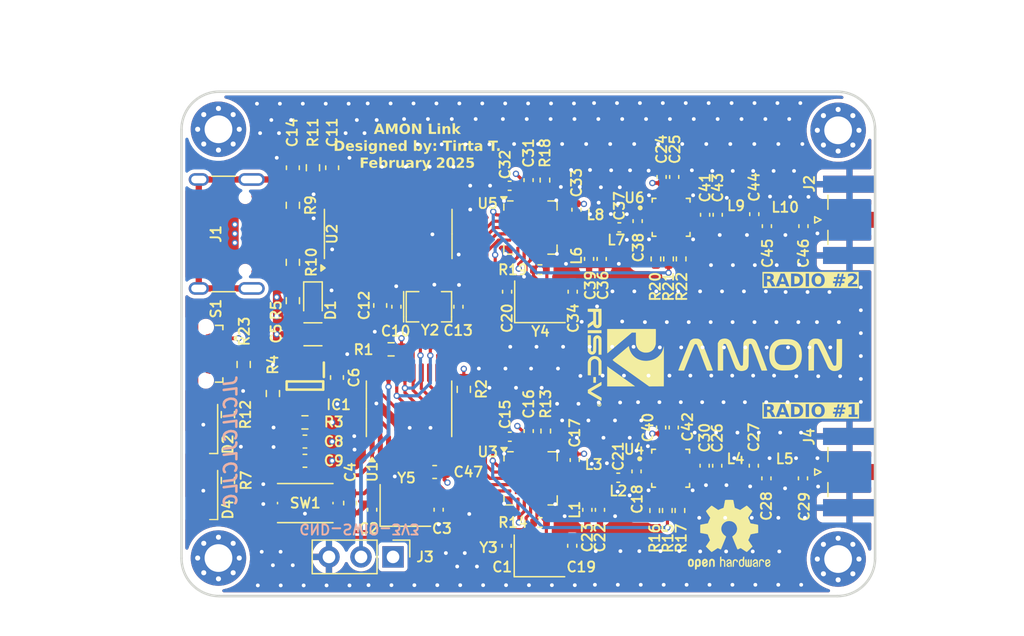
<source format=kicad_pcb>
(kicad_pcb (version 20241229) (generator "pcbnew") (generator_version "9.0")
  (layers (0 "F.Cu" signal) (4 "In1.Cu" signal) (6 "In2.Cu" signal) (2 "B.Cu" signal) (13 "F.Paste" user) (15 "B.Paste" user) (5 "F.SilkS" user "F.Silkscreen") (7 "B.SilkS" user "B.Silkscreen") (1 "F.Mask" user) (3 "B.Mask" user) (25 "Edge.Cuts" user))
  (net 0 "")
  (net 1 "+3.3V")
  (net 2 "GND")
  (net 3 "/HSE_IN")
  (net 4 "/HSE_OUT")
  (net 5 "/NRST")
  (net 6 "+5V")
  (net 7 "Net-(D1-A)")
  (net 8 "Net-(IC1-ADJ)")
  (net 9 "Net-(U2-XI)")
  (net 10 "Net-(U2-V3)")
  (net 11 "Net-(U2-XO)")
  (net 12 "Net-(J1-SHIELD)")
  (net 13 "Net-(U3-DVDD)")
  (net 14 "Net-(U4-TXRX)")
  (net 15 "Net-(U3-XC2)")
  (net 16 "Net-(U3-XC1)")
  (net 17 "Net-(C21-Pad1)")
  (net 18 "Net-(U3-VDD_PA)")
  (net 19 "Net-(U4-ANT)")
  (net 20 "Net-(C27-Pad1)")
  (net 21 "Net-(J2-In)")
  (net 22 "Net-(U5-DVDD)")
  (net 23 "Net-(U5-XC2)")
  (net 24 "Net-(U5-XC1)")
  (net 25 "Net-(U5-VDD_PA)")
  (net 26 "Net-(C37-Pad1)")
  (net 27 "Net-(U6-TXRX)")
  (net 28 "Net-(U6-ANT)")
  (net 29 "Net-(C44-Pad1)")
  (net 30 "Net-(D2-A)")
  (net 31 "Net-(J1-CC1)")
  (net 33 "/D-")
  (net 35 "/D+")
  (net 36 "Net-(J1-CC2)")
  (net 37 "Net-(U3-ANT1)")
  (net 38 "Net-(U3-ANT2)")
  (net 39 "Net-(U5-ANT1)")
  (net 40 "Net-(U5-ANT2)")
  (net 41 "/RXD")
  (net 42 "/LED_RED")
  (net 43 "/TXD")
  (net 44 "/LED_BLUE")
  (net 45 "Net-(U3-IREF)")
  (net 46 "/CE1")
  (net 47 "Net-(U4-RXEN)")
  (net 48 "Net-(U4-TXEN)")
  (net 49 "Net-(U5-IREF)")
  (net 50 "Net-(U6-TXEN)")
  (net 51 "/CE2")
  (net 52 "Net-(U6-RXEN)")
  (net 53 "/SCK")
  (net 54 "/CSN1")
  (net 55 "/BTN")
  (net 56 "/MISO")
  (net 57 "/IRQ1")
  (net 58 "/SWIO")
  (net 59 "/IRQ2")
  (net 60 "/CSN2")
  (net 61 "/MOSI")
  (net 76 "Net-(J4-In)")
  (net 77 "Net-(D4-A)")
  (footprint "Resistor_SMD:R_0402_1005Metric" (layer "F.Cu") (at 163.752501 107.700001 90)
    (property "Reference" "R16")
    (property "Value" "1k")
  )
  (footprint "Inductor_SMD:L_0402_1005Metric" (layer "F.Cu") (at 158.912501 106.150001)
    (property "Reference" "L2")
    (property "Value" "2.7nH")
  )
  (footprint "Crystal:Crystal_SMD_3225-4Pin_3.2x2.5mm" (layer "F.Cu") (at 143.98 107.3)
    (property "Reference" "Y5")
    (property "Value" "24MHz")
  )
  (footprint "Resistor_SMD:R_0603_1608Metric" (layer "F.Cu") (at 133.477 98.425 -90)
    (property "Reference" "R4")
    (property "Value" "12k")
  )
  (footprint "LED_SMD:LED_0603_1608Metric" (layer "F.Cu") (at 136.652 91.059 -90)
    (property "Reference" "D1")
    (property "Value" "PWR")
  )
  (footprint "Symbol:OSHW-Logo2_7.3x6mm_SilkScreen" (layer "F.Cu") (at 169.66 109.62)
    (property "Reference" "REF**" (hide yes))
    (property "Value" "OSHW-Logo2_7.3x6mm_SilkScreen" (hide yes))
  )
  (footprint "Capacitor_SMD:C_0402_1005Metric" (layer "F.Cu") (at 162.4 84.75 90)
    (property "Reference" "C38")
    (property "Value" "1pF")
  )
  (footprint "Capacitor_SMD:C_0402_1005Metric" (layer "F.Cu") (at 157.412501 103.700001 -90)
    (property "Reference" "C17")
    (property "Value" "1nF")
  )
  (footprint "Capacitor_SMD:C_0402_1005Metric" (layer "F.Cu") (at 153.75 81.5 90)
    (property "Reference" "C31")
    (property "Value" "10nF")
  )
  (footprint "RFX2401C:QFN50P300X300X60-17N" (layer "F.Cu") (at 165.055 84.45)
    (property "Reference" "U6")
    (property "Value" "RFX2401C")
  )
  (footprint "Inductor_SMD:L_0402_1005Metric" (layer "F.Cu") (at 170.2 84.7)
    (property "Reference" "L9")
    (property "Value" "2.4nH")
  )
  (footprint "Resistor_SMD:R_0603_1608Metric" (layer "F.Cu") (at 148.6154 98.0948 90)
    (property "Reference" "R2")
    (property "Value" "10k")
  )
  (footprint "Capacitor_SMD:C_0402_1005Metric" (layer "F.Cu") (at 171.612501 104.150001 90)
    (property "Reference" "C27")
    (property "Value" "1.5pF")
  )
  (footprint "Resistor_SMD:R_0402_1005Metric" (layer "F.Cu") (at 155.05 81.5 90)
    (property "Reference" "R18")
    (property "Value" "22k")
  )
  (footprint "Capacitor_SMD:C_0603_1608Metric" (layer "F.Cu") (at 135.059 80.518 -90)
    (property "Reference" "C14")
    (property "Value" "10nF")
  )
  (footprint "Capacitor_SMD:C_0603_1608Metric" (layer "F.Cu") (at 139.5984 107.1118 -90)
    (property "Reference" "C4")
    (property "Value" "0.1uF")
  )
  (footprint "Inductor_SMD:L_0402_1005Metric" (layer "F.Cu") (at 159.05 85.25)
    (property "Reference" "L8")
    (property "Value" "3.9nH")
  )
  (footprint "Resistor_SMD:R_0402_1005Metric" (layer "F.Cu") (at 155.112501 101.400001 90)
    (property "Reference" "R13")
    (property "Value" "22k")
  )
  (footprint "Package_SO:SOIC-16_3.9x9.9mm_P1.27mm" (layer "F.Cu") (at 142.621 85.77 90)
    (property "Reference" "U2")
    (property "Value" "CH340G")
  )
  (footprint "Capacitor_SMD:C_0603_1608Metric" (layer "F.Cu") (at 146.304 104.648 180)
    (property "Reference" "C47")
    (property "Value" "4.7uf")
  )
  (footprint "Resistor_SMD:R_0402_1005Metric" (layer "F.Cu") (at 165.85 87.75 -90)
    (property "Reference" "R22")
    (property "Value" "20k")
  )
  (footprint "Resistor_SMD:R_0402_1005Metric" (layer "F.Cu") (at 154.65 88.6)
    (property "Reference" "R19")
    (property "Value" "1M")
  )
  (footprint "Capacitor_SMD:C_0402_1005Metric" (layer "F.Cu") (at 165.3 81.25 90)
    (property "Reference" "C25")
    (property "Value" "1uF")
  )
  (footprint "Capacitor_SMD:C_0402_1005Metric" (layer "F.Cu") (at 171.65 84.2 90)
    (property "Reference" "C44")
    (property "Value" "1.5pF")
  )
  (footprint "MountingHole:MountingHole_2.2mm_M2_Pad_Via" (layer "F.Cu") (at 178.299999 77.549999)
    (property "Reference" "H4" (hide yes))
    (property "Value" "MountHole_Via" (hide yes))
  )
  (footprint "Capacitor_SMD:C_0402_1005Metric" (layer "F.Cu") (at 143.270199 91.5416 -90)
    (property "Reference" "C10")
    (property "Value" "22pF")
  )
  (footprint "Button_Switch_SMD:SW_Push_1P1T_NO_CK_KMR2" (layer "F.Cu") (at 136.0424 107.1118 180)
    (property "Reference" "SW1")
    (property "Value" "SW_SPST")
  )
  (footprint "Capacitor_SMD:C_0603_1608Metric" (layer "F.Cu") (at 138.557 97.155 -90)
    (property "Reference" "C6")
    (property "Value" "100nF")
  )
  (footprint "Capacitor_SMD:C_0402_1005Metric" (layer "F.Cu") (at 159.412501 107.650001 -90)
    (property "Reference" "C22")
    (property "Value" "2.2pF")
  )
  (footprint "Resistor_SMD:R_0402_1005Metric" (layer "F.Cu") (at 164.752501 107.700001 90)
    (property "Reference" "R15")
    (property "Value" "1k")
  )
  (footprint "Capacitor_SMD:C_0402_1005Metric" (layer "F.Cu") (at 157.25 90.35 90)
    (property "Reference" "C34")
    (property "Value" "22pF")
  )
  (footprint "Capacitor_SMD:C_0603_1608Metric" (layer "F.Cu") (at 138.176 80.518 -90)
    (property "Reference" "C11")
    (property "Value" "100nF")
  )
  (footprint "Resistor_SMD:R_0402_1005Metric" (layer "F.Cu") (at 154.662501 108.650001)
    (property "Reference" "R14")
    (property "Value" "1M")
  )
  (footprint "Inductor_SMD:L_0402_1005Metric" (layer "F.Cu") (at 157.55 85.75 90)
    (property "Reference" "L6")
    (property "Value" "8.2nH")
  )
  (footprint "Resistor_SMD:R_0402_1005Metric" (layer "F.Cu") (at 163.85 87.75 90)
    (property "Reference" "R20")
    (property "Value" "1k")
  )
  (footprint "Capacitor_SMD:C_0402_1005Metric" (layer "F.Cu") (at 175.512501 105.150001 -90)
    (property "Reference" "C29")
    (property "Value" "1.5pF")
  )
  (footprint "Resistor_SMD:R_0603_1608Metric" (layer "F.Cu") (at 142.8496 94.9198)
    (property "Reference" "R1")
    (property "Value" "10k")
  )
  (footprint "Capacitor_SMD:C_0402_1005Metric" (layer "F.Cu") (at 167.712501 104.150001 90)
    (property "Reference" "C30")
    (property "Value" "0.3pF")
  )
  (footprint "Capacitor_SMD:C_0402_1005Metric" (layer "F.Cu") (at 172.612501 105.150001 -90)
    (property "Reference" "C28")
    (property "Value" "1.5pF")
  )
  (footprint "Inductor_SMD:L_0402_1005Metric" (layer "F.Cu") (at 157.412501 105.650001 90)
    (property "Reference" "L1")
    (property "Value" "8.2nH")
  )
  (footprint "Inductor_SMD:L_0402_1005Metric" (layer "F.Cu") (at 159.05 86.25)
    (property "Reference" "L7")
    (property "Value" "2.7nH")
  )
  (footprint "Package_SO:TSSOP-20_4.4x6.5mm_P0.65mm" (layer "F.Cu") (at 144.272 99.6345 90)
    (property "Reference" "U1")
    (property "Value" "CH32V003F4P6")
  )
  (footprint "Capacitor_SMD:C_0402_1005Metric" (layer "F.Cu") (at 153.762501 101.400001 90)
    (property "Reference" "C16")
    (property "Value" "10nF")
  )
  (footprint "Resistor_SMD:R_0603_1608Metric" (layer "F.Cu") (at 135.059 83.4975 -90)
    (property "Reference" "R9")
    (property "Value" "5k1")
  )
  (footprint "Resistor_SMD:R_0603_1608Metric" (layer "F.Cu") (at 135.059001 88.020001 90)
    (property "Reference" "R10")
    (property "Value" "5k1")
  )
  (footprint "MountingHole:MountingHole_2.2mm_M2_Pad_Via" (layer "F.Cu") (at 129.159 77.47)
    (property "Reference" "H2" (hide yes))
    (property "Value" "MountHole_Via" (hide yes))
  )
  (footprint "Inductor_SMD:L_0402_1005Metric" (layer "F.Cu") (at 174.1 84.7)
    (property "Reference" "L10")
    (property "Value" "2.4nH")
  )
  (footprint "Capacitor_SMD:C_0402_1005Metric" (layer "F.Cu") (at 167.75 84.25 90)
    (property "Reference" "C41")
    (property "Value" "0.3pF")
  )
  (footprint "Capacitor_SMD:C_0603_1608Metric" (layer "F.Cu") (at 136.017 102.235 180)
    (property "Reference" "C8")
    (property "Value" "1uF")
  )
  (footprint "Resistor_SMD:R_0402_1005Metric" (layer "F.Cu") (at 165.752501 107.700001 -90)
    (property "Reference" "R17")
    (property "Value" "20k")
  )
  (footprint "RFX2401C:QFN50P300X300X60-17N" (layer "F.Cu") (at 165.017501 104.350001)
    (property "Reference" "U4")
    (property "Value" "RFX2401C")
  )
  (footprint "Resistor_SMD:R_0603_1608Metric" (layer "F.Cu") (at 135.059001 91.059 90)
    (property "Reference" "R5")
    (property "Value" "1k")
  )
  (footprint "Capacitor_SMD:C_0402_1005Metric" (layer "F.Cu") (at 152.05 90.35 -90)
    (property "Reference" "C20")
    (property "Value" "22pF")
  )
  (footprint "Resistor_SMD:R_0603_1608Metric" (layer "F.Cu") (at 129.909002 100.095002 -90)
    (property "Reference" "R12")
    (property "Value" "1k")
  )
  (footprint "Capacitor_SMD:C_0402_1005Metric" (layer "F.Cu") (at 168.712501 104.150001 90)
    (property "Reference" "C26")
    (property "Value" "1.5pF")
  )
  (footprint "Capacitor_SMD:C_0402_1005Metric" (layer "F.Cu") (at 165.262501 101.120001 90)
    (property "Reference" "C42")
    (property "Value" "1uF")
  )
  (footprint "Capacitor_SMD:C_0402_1005Metric" (layer "F.Cu") (at 164.3 81.25 90)
    (property "Reference" "C24")
    (property "Value" "220pF")
  )
  (footprint "Inductor_SMD:L_0402_1005Metric" (layer "F.Cu") (at 158.912501 105.100001)
    (property "Reference" "L3")
    (property "Value" "3.9nH")
  )
  (footprint "Resistor_SMD:R_0603_1608Metric" (layer "F.Cu") (at 136.652 80.518 -90)
    (property "Reference" "R11")
    (property "Value" "10k")
  )
  (footprint "MountingHole:MountingHole_2.2mm_M2_Pad_Via" (layer "F.Cu") (at 178.299999 111.549999)
    (property "Reference" "H3" (hide yes))
    (property "Value" "MountHole_Via" (hide yes))
  )
  (footprint "Capacitor_SMD:C_0402_1005Metric" (layer "F.Cu") (at 160.95 85.25)
    (property "Reference" "C37")
    (property "Value" "1.5pF")
  )
  (footprint "Capacitor_SMD:C_0402_1005Metric" (layer "F.Cu") (at 168.75 84.25 90)
    (property "Reference" "C43")
    (property "Value" "1.5pF")
  )
  (footprint "Capacitor_SMD:C_1206_3216Metric" (layer "F.Cu") (at 136.652 93.726)
    (property "Reference" "C5")
    (property "Value" "4.7uF")
  )
  (footprint "Inductor_SMD:L_0402_1005Metric" (layer "F.Cu") (at 174.062501 104.650001)
    (property "Reference" "L5")
    (property "Value" "2.4nH")
  )
  (footprint "Capacitor_SMD:C_0603_1608Metric" (layer "F.Cu") (at 136.017 103.759 180)
    (property "Reference" "C9")
    (property "Value" "10nF")
  )
  (footprint "MountingHole:MountingHole_2.2mm_M2_Pad_Via" (layer "F.Cu") (at 129.159 111.47)
    (property "Reference" "H1" (hide yes))
    (property "Value" "MountHole_Via" (hide yes))
  )
  (footprint "Connector_PinHeader_2.54mm:PinHeader_1x03_P2.54mm_Vertical" (layer "F.Cu") (at 143.002 111.379 -90)
    (property "Reference" "J3")
    (property "Value" "Programing port")
  )
  (footprint "Resistor_SMD:R_0603_1608Metric" (layer "F.Cu") (at 129.909001 105.320001 -90)
    (property "Reference" "R7")
    (property "Value" "1k")
  )
  (footprint "Capacitor_SMD:C_0402_1005Metric" (layer "F.Cu") (at 152.25 81.95 180)
    (property "Reference" "C32")
    (property "Value" "33nF")
  )
  (footprint "Capacitor_SMD:C_0402_1005Metric" (layer "F.Cu") (at 172.65 85.15 -90)
    (property "Reference" "C45")
    (property "Value" "1.5pF")
  )
  (footprint "Resistor_SMD:R_0402_1005Metric" (layer "F.Cu") (at 164.85 87.75 90)
    (property "Reference" "R21")
    (property "Value" "1k")
  )
  (footprint "Capacitor_SMD:C_0402_1005Metric" (layer "F.Cu") (at 158.55 87.75 -90)
    (property "Reference" "C39")
    (property "Value" "4.7pF")
  )
  (footprint "Crystal:Crystal_SMD_3225-4Pin_3.2x2.5mm" (layer "F.Cu") (at 154.65 91.15)
    (property "Reference" "Y4")
    (property "Value" "16MHz")
  )
  (footprint "Package_DFN_QFN:QFN-20-1EP_4x4mm_P0.5mm_EP2.5x2.5mm" (layer "F.Cu") (at 153.9 85.2625)
    (property "Reference" "U5")
    (property "Value" "NRF24L01")
  )
  (footprint "Resistor_SMD:R_0603_1608Metric" (layer "F.Cu") (at 136.017 100.711)
    (property "Reference" "R3")
    (property "Value" "20k")
  )
  (footprint "Capacitor_SMD:C_0402_1005Metric" (layer "F.Cu") (at 158.412501 107.650001 -90)
    (property "Reference" "C23")
    (property "Value" "4.7pF")
  )
  (footprint "Capacitor_SMD:C_0402_1005Metric" (layer "F.Cu") (at 164.262501 101.120001 90)
    (property "Reference" "C40")
    (property "Value" "220pF")
  )
  (footprint "Capacitor_SMD:C_0402_1005Metric" (layer "F.Cu") (at 146.62 107.64 -90)
    (property "Reference" "C3")
    (property "Value" "22pF")
  )
  (footprint "Capacitor_SMD:C_0402_1005Metric" (layer "F.Cu") (at 157.212501 110.500001 90)
    (property "Reference" "C19")
    (property "Value" "22pF")
  )
  (footprint "SPX5205M5-L-3-3_TR:SOT95P280X145-5N" (layer "F.Cu") (at 136.017 97.79 -90)
    (property "Reference" "IC1")
    (property "Value" "SPX5205M5-L/TR" (hide yes))
  )
  (footprint "LED_SMD:LED_1206_3216Metric" (layer "F.Cu") (at 127.959002 100.895002 90)
    (property "Reference" "D2")
    (property "Value" "BLUE")
  )
  (footprint "Capacitor_SMD:C_0402_1005Metric" (layer "F.Cu") (at 152.012501 110.500001 -90)
    (property "Reference" "C1")
    (property "Value" "22pF")
  )
  (footprint "Capacitor_SMD:C_0603_1608Metric" (layer "F.Cu") (at 141.986 91.44 90)
    (property "Reference" "C12")
    (property "Value" "10nF")
  )
  (footprint "Connector_Coaxial:SMA_Samtec_SMA-J-P-X-ST-EM1_EdgeMount" (layer "F.Cu") (at 179.2 104.65 90)
    (property "Reference" "J4")
    (property "Value" "SMA Edge")
  )
  (footprint "Capacitor_SMD:C_0402_1005Metric" (layer "F.Cu") (at 148.1882 91.5416 -90)
    (property "Reference" "C13")
    (property "Value" "22pF")
  )
  (footprint "Capacitor_SMD:C_0402_1005Metric" (layer "F.Cu") (at 162.312501 104.600001 90)
    (property "Reference" "C18")
    (property "Value" "1pF")
  )
  (footprint "Capacitor_SMD:C_0402_1005Metric" (layer "F.Cu") (at 159.55 87.75 -90)
    (property "Reference" "C36")
    (property "Value" "2.2pF")
  )
  (footprint "LOGO:Amon" (layer "F.Cu") (at 172.10067 95.351508)
    (property "Reference" "G***" (hide yes))
    (property "Value" "LOGO" (hide yes))
  )
  (footprint "Capacitor_SMD:C_0402_1005Metric" (layer "F.Cu") (at 160.862501 105.100001)
    (property "Reference" "C21")
    (property "Value" "1.5pF")
  )
  (footprint "LED_SMD:LED_1206_3216Metric" (layer "F.Cu") (at 127.959001 106.130001 90)
    (property "Reference" "D4")
    (property "Value" "RED")
  )
  (footprint "Package_DFN_QFN:QFN-20-1EP_4x4mm_P0.5mm_EP2.5x2.5mm" (layer "F.Cu") (at 153.912501 105.150001)
    (property "Reference" "U3")
    (property "Value" "NRF24L01")
  )
  (footprint "Capacitor_SMD:C_0402_1005Metric" (layer "F.Cu") (at 157.55 83.85 -90)
    (property "Reference" "C33")
    (property "Value" "1nF")
  )
  (footprint "Crystal:Crystal_SMD_3225-4Pin_3.2x2.5mm" (layer "F.Cu") (at 154.612501 111.300001)
    (property "Reference" "Y3")
    (property "Value" "16MHz")
  )
  (footprint "Connector_USB:USB_C_Receptacle_XKB_U262-16XN-4BVC11" (layer "F.Cu") (at 128.674 85.77 -90)
    (property "Reference" "J1")
    (property "Value" "USB_C_Receptacle_USB2.0")
  )
  (footprint "Library:SW_TL3340AF160QG" (layer "F.Cu") (at 128.159001 95.270001 -90)
    (property "Reference" "S1")
    (property "Value" "TL3340AF160QG")
  )
  (footprint "LOGO:RISC_V" (layer "F.Cu") (at 161.105675 95.493979 -90)
    (property "Reference" "G***" (hide yes))
    (property "Value" "LOGO" (hide yes))
  )
  (footprint "Connector_Coaxial:SMA_Samtec_SMA-J-P-X-ST-EM1_EdgeMount" (layer "F.Cu") (at 179.2 84.65 90)
    (property "Reference" "J2")
    (property "Value" "SMA Edge")
  )
  (footprint "Resistor_SMD:R_0603_1608Metric" (layer "F.Cu") (at 131.159001 96.120001 90)
    (property "Reference" "R23")
    (property "Value" "10k")
  )
  (footprint "Inductor_SMD:L_0402_1005Metric" (layer "F.Cu") (at 170.162501 104.650001)
    (property "Reference" "L4")
    (property "Value" "2.4nH")
  )
  (footprint "Capacitor_SMD:C_0402_1005Metric" (layer "F.Cu") (at 175.55 85.15 -90)
    (property "Reference" "C46")
    (property "Value" "1.5pF")
  )
  (footprint "Capacitor_SMD:C_0402_1005Metric" (layer "F.Cu") (at 141.35 107.64 90)
    (property "Reference" "C2")
    (property "Value" "22pF")
  )
  (footprint "Capacitor_SMD:C_0402_1005Metric" (layer "F.Cu") (at 152.262501 101.850001 180)
    (property "Reference" "C15")
    (property "Value" "33nF")
  )
  (footprint "Crystal:Resonator_SMD_Murata_CSTxExxV-3Pin_3.0x1.1mm" (layer "F.Cu") (at 145.8452 91.5416)
    (property "Reference" "Y2")
    (property "Value" "12MHz")
  )
  (gr_line (start 178.229 74.488) (end 129.229 74.488) (stroke (width 0.2)) (layer "Edge.Cuts"))
  (gr_arc (start 181.229 111.487999) (mid 180.35032 113.60932) (end 178.228999 114.488) (stroke (width 0.2)) (layer "Edge.Cuts"))
  (gr_line (start 129.229001 114.488) (end 178.228999 114.488) (stroke (width 0.2)) (layer "Edge.Cuts"))
  (gr_arc (start 178.229 74.488) (mid 180.35032 75.36668) (end 181.229 77.488) (stroke (width 0.2)) (layer "Edge.Cuts"))
  (gr_line (start 126.229 77.488) (end 126.229 111.487999) (stroke (width 0.2)) (layer "Edge.Cuts"))
  (gr_arc (start 126.229 77.488) (mid 127.10768 75.36668) (end 129.229 74.488) (stroke (width 0.2)) (layer "Edge.Cuts"))
  (gr_line (start 181.229 111.487999) (end 181.229 77.488) (stroke (width 0.2)) (layer "Edge.Cuts"))
  (gr_arc (start 129.229001 114.488) (mid 127.10768 113.60932) (end 126.229 111.487999) (stroke (width 0.2)) (layer "Edge.Cuts"))
  (gr_text "RADIO #2" (at 176.11 90.1 0) (layer "F.SilkS" knockout) (effects (font (size 1 1) (thickness 0.16) (bold yes) (italic yes)) (justify bottom)))
  (gr_text "AMON Link\nDesigned by: Tinta T.\nFebruary 2025" (at 144.925532 80.661932 0) (layer "F.SilkS") (effects (font (size 0.8 0.8) (thickness 0.16) (bold yes) (italic yes)) (justify bottom)))
  (gr_text "RADIO #1" (at 176.11 100.45 0) (layer "F.SilkS" knockout) (effects (font (size 1 1) (thickness 0.16) (bold yes) (italic yes)) (justify bottom)))
  (gr_text "GND-SWIO-3V3" (at 135.48 108.7 180) (layer "B.SilkS") (effects (font (size 0.8 0.8) (thickness 0.15) (bold yes)) (justify left bottom mirror)))
  (gr_text "JLCJLCJLCJLC" (at 130.71 96.89 90) (layer "B.SilkS") (effects (font (size 1 1) (thickness 0.2) (bold yes) (italic yes)) (justify left bottom mirror)))
  (segment (start 153.75 81.98) (end 153.9 82.13) (width 0.25) (layer "F.Cu") (net 1))
  (segment (start 136.842 103.709) (end 136.792 103.759) (width 0.4) (layer "F.Cu") (net 1))
  (segment (start 147.079 104.026) (end 146.547 103.494) (width 0.3) (layer "F.Cu") (net 1))
  (segment (start 164.3 81.73) (end 165.3 81.73) (width 0.3) (layer "F.Cu") (net 1))
  (segment (start 158.1222 83.37) (end 157.55 83.37) (width 0.25) (layer "F.Cu") (net 1))
  (segment (start 147.079 104.648) (end 147.079 104.026) (width 0.3) (layer "F.Cu") (net 1))
  (segment (start 143.6746 94.044) (end 143.6746 94.9198) (width 0.25) (layer "F.Cu") (net 1))
  (segment (start 136.967 99.04) (end 136.967 100.586) (width 0.4) (layer "F.Cu") (net 1))
  (segment (start 152.97 88.519) (end 152.97 88.159324) (width 0.25) (layer "F.Cu") (net 1))
  (segment (start 152.982501 108.645) (end 152.982501 108.193605) (width 0.25) (layer "F.Cu") (net 1))
  (segment (start 153.75 81.98) (end 153.73851 81.98) (width 0.25) (layer "F.Cu") (net 1))
  (segment (start 158.1404 83.3882) (end 158.1222 83.37) (width 0.25) (layer "F.Cu") (net 1))
  (segment (start 164.262501 101.600001) (end 165.262501 101.600001) (width 0.25) (layer "F.Cu") (net 1))
  (segment (start 153.412501 107.763605) (end 153.412501 107.087501) (width 0.25) (layer "F.Cu") (net 1))
  (segment (start 164.3 83) (end 164.305 83.005) (width 0.3) (layer "F.Cu") (net 1))
  (segment (start 158.129999 103.220001) (end 158.15 103.2) (width 0.25) (layer "F.Cu") (net 1))
  (segment (start 157.412501 103.220001) (end 158.129999 103.220001) (width 0.25) (layer "F.Cu") (net 1))
  (segment (start 164.262501 101.600001) (end 164.262501 102.900001) (width 0.25) (layer "F.Cu") (net 1))
  (segment (start 164.3 81.73) (end 164.3 83) (width 0.3) (layer "F.Cu") (net 1))
  (segment (start 153.743991 101.880001) (end 153.762501 101.880001) (width 0.25) (layer "F.Cu") (net 1))
  (segment (start 155.850001 104.150001) (end 156.442727 104.150001) (width 0.25) (layer "F.Cu") (net 1))
  (segment (start 157.372727 103.220001) (end 157.412501 103.220001) (width 0.25) (layer "F.Cu") (net 1))
  (segment (start 136.967 100.586) (end 136.842 100.711) (width 0.4) (layer "F.Cu") (net 1))
  (segment (start 153.9 82.13) (end 153.9 83.325) (width 0.25) (layer "F.Cu") (net 1))
  (segment (start 164.262501 101.600001) (end 163.562501 101.600001) (width 0.3) (layer "F.Cu") (net 1))
  (segment (start 157.475214 83.37) (end 157.55 83.37) (width 0.25) (layer "F.Cu") (net 1))
  (segment (start 153.912501 101.930001) (end 153.862501 101.880001) (width 0.25) (layer "F.Cu") (net 1))
  (segment (start 164.262501 102.900001) (end 164.267501 102.905001) (width 0.25) (layer "F.Cu") (net 1))
  (segment (start 153.4 87.729324) (end 153.4 87.2) (width 0.25) (layer "F.Cu") (net 1))
  (segment (start 155.8375 84.2625) (end 156.582714 84.2625) (width 0.25) (layer "F.Cu") (net 1))
  (segment (start 148.6154 97.2698) (end 148.6154 96.4692) (width 0.25) (layer "F.Cu") (net 1))
  (segment (start 153.912501 103.212501) (end 153.912501 101.930001) (width 0.25) (layer "F.Cu") (net 1))
  (segment (start 130.7592 94.045001) (end 129.059001 94.045001) (width 0.3) (layer "F.Cu") (net 1))
  (segment (start 152.982501 108.193605) (end 153.412501 107.763605) (width 0.25) (layer "F.Cu") (net 1))
  (segment (start 147.079 105.2452) (end 147.079 104.648) (width 0.3) (layer "F.Cu") (net 1))
  (segment (start 147.32 105.4862) (end 147.079 105.2452) (width 0.3) (layer "F.Cu") (net 1))
  (segment (start 152.97 88.159324) (end 153.4 87.729324) (width 0.25) (layer "F.Cu") (net 1))
  (segment (start 152.75851 81) (end 152.75 81) (width 0.25) (layer "F.Cu") (net 1))
  (segment (start 153.73851 81.98) (end 152.75851 81) (width 0.25) (layer "F.Cu") (net 1))
  (segment (start 146.547 103.494) (end 146.547 102.497) (width 0.3) (layer "F.Cu") (net 1))
  (segment (start 164.3 81.73) (end 163.57 81.73) (width 0.3) (layer "F.Cu") (net 1))
  (segment (start 156.442727 104.150001) (end 157.372727 103.220001) (width 0.25) (layer "F.Cu") (net 1))
  (segment (start 136.842 100.711) (end 136.842 103.709) (width 0.4) (layer "F.Cu") (net 1))
  (segment (start 152.862501 100.998511) (end 153.743991 101.880001) (width 0.25) (layer "F.Cu") (net 1))
  (segment (start 156.582714 84.2625) (end 157.475214 83.37) (width 0.25) (layer "F.Cu") (net 1))
  (via (at 148.6154 96.4692) (size 0.5) (drill 0.3) (layers "F.Cu" "B.Cu") (net 1))
  (via (at 138.176 100.711) (size 0.5) (drill 0.3) (layers "F.Cu" "B.Cu") (net 1))
  (via (at 163.562501 101.600001) (size 0.5) (drill 0.3) (layers "F.Cu" "B.Cu") (net 1))
  (via (at 152.75 81) (size 0.5) (drill 0.3) (layers "F.Cu" "B.Cu") (net 1))
  (via (at 158.1404 83.3882) (size 0.5) (drill 0.3) (layers "F.Cu" "B.Cu") (net 1))
  (via (at 147.32 105.4862) (size 0.5) (drill 0.3) (layers "F.Cu" "B.Cu") (net 1))
  (via (at 138.176 102.235) (size 0.5) (drill 0.3) (layers "F.Cu" "B.Cu") (net 1))
  (via (at 138.176 103.759) (size 0.5) (drill 0.3) (layers "F.Cu" "B.Cu") (net 1))
  (via (at 130.7592 94.045001) (size 0.5) (drill 0.3) (layers "F.Cu" "B.Cu") (net 1))
  (via (at 163.57 81.73) (size 0.5) (drill 0.3) (layers "F.Cu" "B.Cu") (net 1))
  (via (at 152.982501 108.645) (size 0.5) (drill 0.3) (layers "F.Cu" "B.Cu") (net 1))
  (via (at 143.6746 94.044) (size 0.5) (drill 0.3) (layers "F.Cu" "B.Cu") (net 1))
  (via (at 158.15 103.2) (size 0.5) (drill 0.3) (layers "F.Cu" "B.Cu") (net 1))
  (via (at 152.862501 100.998511) (size 0.5) (drill 0.3) (layers "F.Cu" "B.Cu") (net 1))
  (via (at 152.97 88.519) (size 0.5) (drill 0.3) (layers "F.Cu" "B.Cu") (net 1))
  (segment (start 142.88 106.45) (end 141.63 106.45) (width 0.4) (layer "F.Cu") (net 2))
  (segment (start 165.055 84.45) (end 165.805 85.2) (width 0.2) (layer "F.Cu") (net 2))
  (segment (start 153.289 109.22) (end 152.4 109.22) (width 0.25) (layer "F.Cu") (net 2))
  (segment (start 154.417501 103.207501) (end 154.417501 100.955001) (width 0.25) (layer "F.Cu") (net 2))
  (segment (start 166.462501 105.800001) (end 166.462501 105.750001) (width 0.25) (layer "F.Cu") (net 2))
  (segment (start 152.05 89.377) (end 152.2476 89.1794) (width 0.25) (layer "F.Cu") (net 2))
  (segment (start 152.4 109.22) (end 152.012501 109.607499) (width 0.25) (layer "F.Cu") (net 2))
  (segment (start 143.2026 91.0616) (end 143.270199 91.0616) (width 0.25) (layer "F.Cu") (net 2))
  (segment (start 153.557501 108.951499) (end 153.289 109.22) (width 0.25) (layer "F.Cu") (net 2))
  (segment (start 165.267501 104.600001) (end 165.017501 104.350001) (width 0.25) (layer "F.Cu") (net 2))
  (segment (start 157.060196 84.7625) (end 157.492696 84.33) (width 0.25) (layer "F.Cu") (net 2))
  (segment (start 165.767501 105.100001) (end 165.017501 104.350001) (width 0.25) (layer "F.Cu") (net 2))
  (segment (start 166.5 85.2) (end 165.805 85.2) (width 0.25) (layer "F.Cu") (net 2))
  (segment (start 141.63 106.45) (end 141.35 106.73) (width 0.4) (layer "F.Cu") (net 2))
  (segment (start 159.55 88.23) (end 158.55 88.23) (width 0.3) (layer "F.Cu") (net 2))
  (segment (start 167.242727 104.100001) (end 167.672727 103.670001) (width 0.25) (layer "F.Cu") (net 2))
  (segment (start 134.134 82.6725) (end 133.8815 82.42) (width 0.3) (layer "F.Cu") (net 2))
  (segment (start 166.497 85.598) (end 166.5 85.595) (width 0.25) (layer "F.Cu") (net 2))
  (segment (start 162.862501 104.110001) (end 163.572501 104.110001) (width 0.25) (layer "F.Cu") (net 2))
  (segment (start 153.545 88.9996) (end 153.545 88.22072) (width 0.25) (layer "F.Cu") (net 2))
  (segment (start 141.35 106.73) (end 141.35 107.16) (width 0.4) (layer "F.Cu") (net 2))
  (segment (start 135.992 97.815) (end 136.017 97.79) (width 0.4) (layer "F.Cu") (net 2))
  (segment (start 155.082815 100.919687) (end 154.382815 100.919687) (width 0.25) (layer "F.Cu") (net 2))
  (segment (start 135.242 102.235) (end 135.242 103.759) (width 0.4) (layer "F.Cu") (net 2))
  (segment (start 157.492696 84.33) (end 157.55 84.33) (width 0.25) (layer "F.Cu") (net 2))
  (segment (start 142.9994 106.807) (end 142.9994 106.5048) (width 0.3) (layer "F.Cu") (net 2))
  (segment (start 165.267501 104.100001) (end 165.017501 104.350001) (width 0.25) (layer "F.Cu") (net 2))
  (segment (start 155.112501 100.890001) (end 155.082815 100.919687) (width 0.25) (layer "F.Cu") (net 2))
  (segment (start 164.767501 104.600001) (end 165.017501 104.350001) (width 0.25) (layer "F.Cu") (net 2))
  (segment (start 153.78 80.99) (end 153.75 81.02) (width 0.25) (layer "F.Cu") (net 2))
  (segment (start 152.012501 109.607499) (end 152.012501 110.020001) (width 0.25) (layer "F.Cu") (net 2))
  (segment (start 166.462501 104.100001) (end 167.242727 104.100001) (width 0.25) (layer "F.Cu") (net 2))
  (segment (start 167.712501 103.670001) (end 168.712501 103.670001) (width 0.25) (layer "F.Cu") (net 2))
  (segment (start 153.557501 108.255001) (end 153.557501 108.951499) (width 0.25) (layer "F.Cu") (net 2))
  (segment (start 142.0492 92.215) (end 143.2026 91.0616) (width 0.25) (layer "F.Cu") (net 2))
  (segment (start 138.126 79.693) (end 138.176 79.743) (width 0.25) (layer "F.Cu") (net 2))
  (segment (start 163.572501 104.100001) (end 164.767501 104.100001) (width 0.25) (layer "F.Cu") (net 2))
  (segment (start 136.509 79.7225) (end 136.559 79.6725) (width 0.3) (layer "F.Cu") (net 2))
  (segment (start 146.62 108.12) (end 146.62 108.78) (width 0.4) (layer "F.Cu") (net 2))
  (segment (start 166.462501 103.600001) (end 165.767501 103.600001) (width 0.25) (layer "F.Cu") (net 2))
  (segment (start 140.2132 107.8868) (end 139.5984 107.8868) (width 0.4) (layer "F.Cu") (net 2))
  (segment (start 158.412501 108.130001) (end 159.412501 108.130001) (width 0.3) (layer "F.Cu") (net 2))
  (segment (start 135.992 101.485) (end 135.992 97.815) (width 0.4) (layer "F.Cu") (net 2))
  (segment (start 165.267501 105.795001) (end 165.267501 104.600001) (width 0.25) (layer "F.Cu") (net 2))
  (segment (start 155.05 80.99) (end 153.78 80.99) (width 0.25) (layer "F.Cu") (net 2))
  (segment (start 153.912501 107.087501) (end 153.912501 107.900001) (width 0.25) (layer "F.Cu") (net 2))
  (segment (start 166.497 85.852) (end 166.497 85.598) (width 0.25) (layer "F.Cu") (net 2))
  (segment (start 135.059 79.7225) (end 136.509 79.7225) (width 0.3) (layer "F.Cu") (net 2))
  (segment (start 135.242 102.235) (end 135.992 101.485) (width 0.4) (layer "F.Cu") (net 2))
  (segment (start 167.672727 103.670001) (end 167.712501 103.670001) (width 0.25) (layer "F.Cu") (net 2))
  (segment (start 166.762501 106.100001) (end 166.462501 105.800001) (width 0.25) (layer "F.Cu") (net 2))
  (segment (start 145.247 102.497) (end 145.288 102.538) (width 0.3) (layer "F.Cu") (net 2))
  (segment (start 154.412501 103.212501) (end 154.417501 103.207501) (width 0.25) (layer "F.Cu") (net 2))
  (segment (start 165.767501 102.905001) (end 165.767501 103.600001) (width 0.25) (layer "F.Cu") (net 2))
  (segment (start 154.417501 100.955001) (end 154.382501 100.920001) (width 0.25) (layer "F.Cu") (net 2))
  (segment (start 166.417501 105.795001) (end 166.462501 105.750001) (width 0.25) (layer "F.Cu") (net 2))
  (segment (start 167.75 83.77) (end 168.75 83.77) (width 0.2) (layer "F.Cu") (net 2))
  (segment (start 138.417 97.79) (end 138.557 97.93) (width 0.4) (layer "F.Cu") (net 2))
  (segment (start 155.8375 84.7625) (end 157.060196 84.7625) (width 0.25) (layer "F.Cu") (net 2))
  (segment (start 156.906913 104.650001) (end 157.376913 104.180001) (width 0.25) (layer "F.Cu") (net 2))
  (segment (start 162.162501 104.110001) (end 162.862501 104.110001) (width 0.25) (layer "F.Cu") (net 2))
  (segment (start 146.69 108.12) (end 145.11 108.12) (width 0.4) (layer "F.Cu") (net 2))
  (segment (start 132.344 89.12) (end 133.759002 89.12) (width 0.3) (layer "F.Cu") (net 2))
  (segment (start 166.462501 104.100001) (end 165.267501 104.100001) (width 0.25) (layer "F.Cu") (net 2))
  (segment (start 162.862501 104.450001) (end 162.862501 104.110001) (width 0.25) (layer "F.Cu") (net 2))
  (segment (start 163.61 84.7) (end 164.805 84.7) (width 0.25) (layer "F.Cu") (net 2))
  (segment (start 163.61 84.2) (end 164.805 84.2) (width 0.25) (layer "F.Cu") (net 2))
  (segment (start 155.850001 104.650001) (end 156.906913 104.650001) (width 0.25) (layer "F.Cu") (net 2))
  (segment (start 167.32 84.2) (end 167.75 83.77) (width 0.2) (layer "F.Cu") (net 2))
  (segment (start 153.912501 107.900001) (end 153.557501 108.255001) (width 0.25) (layer "F.Cu") (net 2))
  (segment (start 154.4 83.325) (end 154.4 80.99) (width 0.25) (layer "F.Cu") (net 2))
  (segment (start 133.667 97.79) (end 136.017 97.79) (width 0.4) (layer "F.Cu") (net 2))
  (segment (start 165.805 85.895) (end 166.454 85.895) (width 0.25) (layer "F.Cu") (net 2))
  (segment (start 145.288 102.538) (end 145.288 104.325) (width 0.3) (layer "F.Cu") (net 2))
  (segment (start 165.767501 105.795001) (end 165.767501 105.100001) (width 0.25) (layer "F.Cu") (net 2))
  (segment (start 153.3906 89.154) (end 153.545 88.9996) (width 0.25) (layer "F.Cu") (net 2))
  (segment (start 141.986 92.215) (end 142.0492 92.215) (width 0.25) (layer "F.Cu") (net 2))
  (segment (start 165.805 85.2) (end 165.805 85.895) (width 0.2) (layer "F.Cu") (net 2))
  (segment (start 163.572501 104.600001) (end 164.767501 104.600001) (width 0.25) (layer "F.Cu") (net 2))
  (segment (start 164.805 84.7) (end 165.055 84.45) (width 0.25) (layer "F.Cu") (net 2))
  (segment (start 146.2392 89.79) (end 146.28 89.79) (width 0.25) (layer "F.Cu") (net 2))
  (segment (start 153.9 87.86572) (end 153.9 87.2) (width 0.25) (layer "F.Cu") (net 2))
  (segment (start 135.059 82.6725) (end 134.134 82.6725) (width 0.3) (layer "F.Cu") (net 2))
  (segment (start 164.767501 104.100001) (end 165.017501 104.350001) (width 0.25) (layer "F.Cu") (net 2))
  (segment (start 136.017 96.54) (end 136.017 97.79) (width 0.4) (layer "F.Cu") (net 2))
  (segment (start 133.477 97.6) (end 133.667 97.79) (width 0.4) (layer "F.Cu") (net 2))
  (segment (start 136.017 97.79) (end 138.417 97.79) (width 0.4) (layer "F.Cu") (net 2))
  (segment (start 145.11 108.12) (end 145.08 108.15) (width 0.4) (layer "F.Cu") (net 2))
  (segment (start 166.5 84.2) (end 165.305 84.2) (width 0.2) (layer "F.Cu") (net 2))
  (segment (start 165.305 84.2) (end 165.055 84.45) (width 0.2) (layer "F.Cu") (net 2))
  (segment (start 152.2476 89.1794) (end 153.3652 89.1794) (width 0.25) (layer "F.Cu") (net 2))
  (segment (start 166.5 84.2) (end 167.32 84.2) (width 0.2) (layer "F.Cu") (net 2))
  (segment (start 153.545 88.22072) (end 153.9 87.86572) (width 0.25) (layer "F.Cu") (net 2))
  (segment (start 157.376913 104.180001) (end 157.412501 104.180001) (width 0.25) (layer "F.Cu") (net 2))
  (segment (start 166.8 86.2) (end 166.759 86.2) (width 0.25) (layer "F.Cu") (net 2))
  (segment (start 138.176 88.454) (end 138.176 86.995) (width 0.3) (layer "F.Cu") (net 2))
  (segment (start 163.012501 104.600001) (end 162.862501 104.450001) (width 0.25) (layer "F.Cu") (net 2))
  (segment (start 165.767501 103.600001) (end 165.017501 104.350001) (width 0.25) (layer "F.Cu") (net 2))
  (segment (start 166.462501 105.100001) (end 165.767501 105.100001) (width 0.25) (layer "F.Cu") (net 2))
  (segment (start 154.382815 100.919687) (end 154.382501 100.920001) (width 0.25) (layer "F.Cu") (net 2))
  (segment (start 141.35 107.16) (end 140.94 107.16) (width 0.4) (layer "F.Cu") (net 2))
  (segment (start 133.8815 82.42) (end 132.344 82.42) (width 0.3) (layer "F.Cu") (net 2))
  (segment (start 166.759 86.2) (end 166.454 85.895) (width 0.25) (layer "F.Cu") (net 2))
  (segment (start 166.462501 105.750001) (end 166.462501 105.100001) (width 0.25) (layer "F.Cu") (net 2))
  (segment (start 136.652 79.693) (end 138.126 79.693) (width 0.25) (layer "F.Cu") (net 2))
  (segment (start 134.034001 88.845001) (end 135.059001 88.845001) (width 0.3) (layer "F.Cu") (net 2))
  (segment (start 154.382501 100.920001) (end 153.762501 100.920001) (width 0.25) (layer "F.Cu") (net 2))
  (segment (start 152.05 89.87) (end 152.05 89.377) (width 0.25) (layer "F.Cu") (net 2))
  (segment (start 133.759002 89.12) (end 134.034001 88.845001) (width 0.3) (layer "F.Cu") (net 2))
  (segment (start 166.5 85.595) (end 166.5 85.2) (width 0.25) (layer "F.Cu") (net 2))
  (segment (start 140.94 107.16) (end 140.2132 107.8868) (width 0.4) (layer "F.Cu") (net 2))
  (segment (start 165.767501 105.795001) (end 166.417501 105.795001) (width 0.25) (layer "F.Cu") (net 2))
  (segment (start 146.62 108.78) (end 146.64 108.8) (width 0.4) (layer "F.Cu") (net 2))
  (segment (start 164.805 84.2) (end 165.055 84.45) (width 0.25) (layer "F.Cu") (net 2))
  (segment (start 145.288 104.325) (end 145.247 104.366) (width 0.3) (layer "F.Cu") (net 2))
  (segment (start 165.767501 105.795001) (end 165.267501 105.795001) (width 0.25) (layer "F.Cu") (net 2))
  (segment (start 153.3652 89.1794) (end 153.3906 89.154) (width 0.25) (layer "F.Cu") (net 2))
  (segment (start 163.572501 104.600001) (end 163.012501 104.600001) (width 0.25) (layer "F.Cu") (net 2))
  (segment (start 166.454 85.895) (end 166.497 85.852) (width 0.25) (layer "F.Cu") (net 2))
  (via (at 159.316058 99.1362) (size 0.5) (drill 0.3) (layers "F.Cu" "B.Cu") (net 2))
  (via (at 170.82951 90.3224) (size 0.5) (drill 0.3) (layers "F.Cu" "B.Cu") (net 2))
  (via (at 133.477 112.0394) (size 0.5) (drill 0.3) (layers "F.Cu" "B.Cu") (net 2))
  (via (at 166.8 86.2) (size 0.5) (drill 0.3) (layers "F.Cu" "B.Cu") (net 2))
  (via (at 139.2428 77.7748) (size 0.5) (drill 0.3) (layers "F.Cu" "B.Cu") (net 2))
  (via (at 168.099955 113.59) (size 0.5) (drill 0.3) (layers "F.Cu" "B.Cu") (net 2))
  (via (at 140.99249 75.42) (size 0.5) (drill 0.3) (layers "F.Cu" "B.Cu") (net 2))
  (via (at 168.216945 88.2396) (size 0.5) (drill 0.3) (layers "F.Cu" "B.Cu") (net 2))
  (via (at 175.6664 108.2802) (size 0.5) (drill 0.3) (layers "F.Cu" "B.Cu") (net 2))
  (via (at 163.262736 97.0026) (size 0.5) (drill 0.3) (layers "F.Cu" "B.Cu") (net 2))
  (via (at 180.1 91.817511) (size 0.5) (drill 0.3) (layers "F.Cu" "B.Cu") (net 2))
  (via (at 156.4894 94.7166) (size 0.5) (drill 0.3) (layers "F.Cu" "B.Cu") (net 2))
  (via (at 169.4434 105.6894) (size 0.5) (drill 0.3) (layers "F.Cu" "B.Cu") (net 2))
  (via (at 173.4312 88.2396) (size 0.5) (drill 0.3) (layers "F.Cu" "B.Cu") (net 2))
  (via (at 173.5582 78.6384) (size 0.5) (drill 0.3) (layers "F.Cu" "B.Cu") (net 2))
  (via (at 160.612501 108.150001) (size 0.5) (drill 0.3) (layers "F.Cu" "B.Cu") (net 2))
  (via (at 144.9705 78.6638) (size 0.5) (drill 0.3) (layers "F.Cu" "B.Cu") (net 2))
  (via (at 164.1602 94.7674) (size 0.5) (drill 0.3) (layers "F.Cu" "B.Cu") (net 2))
  (via (at 159.4866 82.0674) (size 0.5) (drill 0.3) (layers "F.Cu" "B.Cu") (net 2))
  (via (at 155.4988 76.6572) (size 0.5) (drill 0.3) (layers "F.Cu" "B.Cu") (net 2))
  (via (at 156.083 96.4438) (size 0.5) (drill 0.3) (layers "F.Cu" "B.Cu") (net 2))
  (via (at 166.8526 76.6572) (size 0.5) (drill 0.3) (layers "F.Cu" "B.Cu") (net 2))
  (via (at 143.256 89.916) (size 0.5) (drill 0.3) (layers "F.Cu" "B.Cu") (net 2))
  (via (at 159.0124 113.59) (size 0.5) (drill 0.3) (layers "F.Cu" "B.Cu") (net 2))
  (via (at 169.243826 94.7674) (size 0.5) (drill 0.3) (layers "F.Cu" "B.Cu") (net 2))
  (via (at 148.6916 111.0742) (size 0.5) (drill 0.3) (layers "F.Cu" "B.Cu") (net 2))
  (via (at 167.8432 78.6384) (size 0.5) (drill 0.3) (layers "F.Cu" "B.Cu") (net 2))
  (via (at 174.8028 80.772) (size 0.5) (drill 0.3) (layers "F.Cu" "B.Cu") (net 2))
  (via (at 138.176 86.995) (size 0.5) (drill 0.3) (layers "F.Cu" "B.Cu") (net 2))
  (via (at 160.2232 78.6384) (size 0.5) (drill 0.3) (layers "F.Cu" "B.Cu") (net 2))
  (via (at 142.1257 80.4418) (size 0.5) (drill 0.3) (layers "F.Cu" "B.Cu") (net 2))
  (via (at 127.959002 100.895002) (size 0.5) (drill 0.3) (layers "F.Cu" "B.Cu") (net 2))
  (via (at 154.7876 97.9678) (size 0.5) (drill 0.3) (layers "F.Cu" "B.Cu") (net 2))
  (via (at 140.1318 76.7334) (size 0.5) (drill 0.3) (layers "F.Cu" "B.Cu") (net 2))
  (via (at 164.127542 99.1108) (size 0.5) (drill 0.3) (layers "F.Cu" "B.Cu") (net 2))
  (via (at 161.036 110.9218) (size 0.5) (drill 0.3) (layers "F.Cu" "B.Cu") (net 2))
  (via (at 132.715 107.188) (size 0.5) (drill 0.3) (layers "F.Cu" "B.Cu") (net 2))
  (via (at 161.1757 76.6572) (size 0.5) (drill 0.3) (layers "F.Cu" "B.Cu") (net 2))
  (via (at 139.5476 79.7306) (size 0.5) (drill 0.3) (layers "F.Cu" "B.Cu") (net 2))
  (via (at 159.962501 103.950001) (size 0.5) (drill 0.3) (layers "F.Cu" "B.Cu") (net 2))
  (via (at 166.214978 75.39) (size 0.5) (drill 0.3) (layers "F.Cu" "B.Cu") (net 2))
  (via (at 162.433 99.1108) (size 0.5) (drill 0.3) (layers "F.Cu" "B.Cu") (net 2))
  (via (at 169.85 75.39) (size 0.5) (drill 0.3) (layers "F.Cu" "B.Cu") (net 2))
  (via (at 166.282444 113.59) (size 0.5) (drill 0.3) (layers "F.Cu" "B.Cu") (net 2))
  (via (at 169.4688 82.9056) (size 0.5) (drill 0.3) (layers "F.Cu" "B.Cu") (net 2))
  (via (at 178.4604 97.0534) (size 0.5) (drill 0.3) (layers "F.Cu" "B.Cu") (net 2))
  (via (at 174.2948 99.1108) (size 0.5) (drill 0.3) (layers "F.Cu" "B.Cu") (net 2))
  (via (at 171.693115 88.2396) (size 0.5) (drill 0.3) (layers "F.Cu" "B.Cu") (net 2))
  (via (at 162.5346 110.9218) (size 0.5) (drill 0.3) (layers "F.Cu" "B.Cu") (net 2))
  (via (at 149.8092 96.4438) (size 0.5) (drill 0.3) (layers "F.Cu" "B.Cu") (net 2))
  (via (at 146.28 89.79) (size 0.5) (drill 0.3) (layers "F.Cu" "B.Cu") (net 2))
  (via (at 156.4132 100.5586) (size 0.5) (drill 0.3) (layers "F.Cu" "B.Cu") (net 2))
  (via (at 153.782533 113.62) (size 0.5) (drill 0.3) (layers "F.Cu" "B.Cu") (net 2))
  (via (at 133.477 96.139) (size 0.5) (drill 0.3) (layers "F.Cu" "B.Cu") (net 2))
  (via (at 180.1 97.270044) (size 0.5) (drill 0.3) (layers "F.Cu" "B.Cu") (net 2))
  (via (at 163.068 76.6572) (size 0.5) (drill 0.3) (layers "F.Cu" "B.Cu") (net 2))
  (via (at 170.314258 101.5238) (size 0.5) (drill 0.3) (layers "F.Cu" "B.Cu") (net 2))
  (via (at 160.829911 113.59) (size 0.5) (drill 0.3) (layers "F.Cu" "B.Cu") (net 2))
  (via (at 171.734977 113.59) (size 0.5) (drill 0.3) (layers "F.Cu" "B.Cu") (net 2))
  (via (at 168.032489 75.39) (size 0.5) (drill 0.3) (layers "F.Cu" "B.Cu") (net 2))
  (via (at 139.482534 75.44) (size 0.5) (drill 0.3) (layers "F.Cu" "B.Cu") (net 2))
  (via (at 137.732489 113.64) (size 0.5) (drill 0.3) (layers "F.Cu" "B.Cu") (net 2))
  (via (at 178.3588 92.7608) (size 0.5) (drill 0.3) (layers "F.Cu" "B.Cu") (net 2))
  (via (at 155.862501 107.200001) (size 0.5) (drill 0.3) (layers "F.Cu" "B.Cu") (net 2))
  (via (at 163.87717 90.3224) (size 0.5) (drill 0.3) (layers "F.Cu" "B.Cu") (net 2))
  (via (at 151.8 83.15) (size 0.5) (drill 0.3) (layers "F.Cu" "B.Cu") (net 2))
  (via (at 166.7002 80.7212) (size 0.5) (drill 0.3) (layers "F.Cu" "B.Cu") (net 2))
  (via (at 173.5582 108.2802) (size 0.5) (drill 0.3) (layers "F.Cu" "B.Cu") (net 2))
  (via (at 173.485022 75.39) (size 0.5) (drill 0.3) (layers "F.Cu" "B.Cu") (net 2))
  (via (at 170.90571 99.1108) (size 0.5) (drill 0.3) (layers "F.Cu" "B.Cu") (net 2))
  (via (at 171.6532 78.6384) (size 0.5) (drill 0.3) (layers "F.Cu" "B.Cu") (net 2))
  (via (at 158.3182 78.6384) (size 0.5) (drill 0.3) (layers "F.Cu" "B.Cu") (net 2))
  (via (at 166.45346 92.7608) (size 0.5) (drill 0.3) (layers "F.Cu" "B.Cu") (net 2))
  (via (at 158.496 100.5586) (size 0.5) (drill 0.3) (layers "F.Cu" "B.Cu") (net 2))
  (via (at 163.212501 102.600001) (size 0.5) (drill 0.3) (layers "F.Cu" "B.Cu") (net 2))
  (via (at 161.798 80.7212) (size 0.5) (drill 0.3) (layers "F.Cu" "B.Cu") (net 2))
  (via (at 173.219536 97.0026) (size 0.5) (drill 0.3) (layers "F.Cu" "B.Cu") (net 2))
  (via (at 167.549284 94.7674) (size 0.5) (drill 0.3) (layers "F.Cu" "B.Cu") (net 2))
  (via (at 172.862501 103.550001) (size 0.5) (drill 0.3) (layers "F.Cu" "B.Cu") (net 2))
  (via (at 163.3 82.7) (size 0.5) (drill 0.3) (layers "F.Cu" "B.Cu") (net 2))
  (via (at 153.6065 76.6572) (size 0.5) (drill 0.3) (layers "F.Cu" "B.Cu") (net 2))
  (via (at 169.418 110.9472) (size 0.5) (drill 0.3) (layers "F.Cu" "B.Cu") (net 2))
  (via (at 156.3116 82.042) (size 0.5) (drill 0.3) (layers "F.Cu" "B.Cu") (net 2))
  (via (at 174.0916 105.9434) (size 0.5) (drill 0.3) (layers "F.Cu" "B.Cu") (net 2))
  (via (at 139.3698 95.3008) (size 0.5) (drill 0.3) (layers "F.Cu" "B.Cu") (net 2))
  (via (at 150.080045 75.42) (size 0.5) (drill 0.3) (layers "F.Cu" "B.Cu") (net 2))
  (via (at 162.312501 102.950001) (size 0.5) (drill 0.3) (layers "F.Cu" "B.Cu") (net 2))
  (via (at 180.1 90) (size 0.5) (drill 0.3) (layers "F.Cu" "B.Cu") (net 2))
  (via (at 132.461 77.7748) (size 0.5) (drill 0.3) (layers "F.Cu" "B.Cu") (net 2))
  (via (at 150.147511 113.62) (size 0.5) (drill 0.3) (layers "F.Cu" "B.Cu") (net 2))
  (via (at 176.657 85.725) (size 0.5) (drill 0.3) (layers "F.Cu" "B.Cu") (net 2))
  (via (at 180.1 93.635022) (size 0.5) (drill 0.3) (layers "F.Cu" "B.Cu") (net 2))
  (via (at 146.8628 78.6638) (size 0.5) (drill 0.3) (layers "F.Cu" "B.Cu") (net 2))
  (via (at 174.327452 94.7674) (size 0.5) (drill 0.3) (layers "F.Cu" "B.Cu") (net 2))
  (via (at 151.965022 113.62) (size 0.5) (drill 0.3) (layers "F.Cu" "B.Cu") (net 2))
  (via (at 160.8582 83.3628) (size 0.5) (drill 0.3) (layers "F.Cu" "B.Cu") (net 2))
  (via (at 142.810001 75.42) (size 0.5) (drill 0.3) (layers "F.Cu" "B.Cu") (net 2))
  (via (at 177.61131 90.3732) (size 0.5) (drill 0.3) (layers "F.Cu" "B.Cu") (net 2))
  (via (at 163.3 86.2) (size 0.5) (drill 0.3) (layers "F.Cu" "B.Cu") (net 2))
  (via (at 164.9603 76.6572) (size 0.5) (drill 0.3) (layers "F.Cu" "B.Cu") (net 2))
  (via (at 157.7086 99.2378) (size 0.5) (drill 0.3) (layers "F.Cu" "B.Cu") (net 2))
  (via (at 149.6568 112.141) (size 0.5) (drill 0.3) (layers "F.Cu" "B.Cu") (net 2))
  (via (at 158.623 84.201) (size 0.5) (drill 0.3) (layers "F.Cu" "B.Cu") (net 2))
  (via (at 160.401 90.3224) (size 0.5) (drill 0.3) (layers "F.Cu" "B.Cu") (net 2))
  (via (at 174.117 85.852) (size 0.5) (drill 0.3) (layers "F.Cu" "B.Cu") (net 2))
  (via (at 176.657 103.550001) (size 0.5) (drill 0.3) (layers "F.Cu" "B.Cu") (net 2))
  (via (at 162.687 100.5586) (size 0.5) (drill 0.3) (layers "F.Cu" "B.Cu") (net 2))
  (via (at 159.1818 91.5162) (size 0.5) (drill 0.3) (layers "F.Cu" "B.Cu") (net 2))
  (via (at 145.7706 76.6572) (size 0.5) (drill 0.3) (layers "F.Cu" "B.Cu") (net 2))
  (via (at 174.4218 76.6572) (size 0.5) (drill 0.3) (layers "F.Cu" "B.Cu") (net 2))
  (via (at 169.9006 97.0026) (size 0.5) (drill 0.3) (layers "F.Cu" "B.Cu") (net 2))
  (via (at 136.017 107.95) (size 0.5) (drill 0.3) (layers "F.Cu" "B.Cu") (net 2))
  (via (at 161.762501 106.500001) (size 0.5) (drill 0.3) (layers "F.Cu" "B.Cu") (net 2))
  (via (at 147.193 111.0742) (size 0.5) (drill 0.3) (layers "F.Cu" "B.Cu") (net 2))
  (via (at 144.694978 113.62) (size 0.5) (drill 0.3) (layers "F.Cu" "B.Cu") (net 2))
  (via (at 159.0802 110.9218) (size 0.5) (drill 0.3) (layers "F.Cu" "B.Cu") (net 2))
  (via (at 149.0472 107.9754) (size 0.5) (drill 0.3) (layers "F.Cu" "B.Cu") (net 2))
  (via (at 166.925174 101.5238) (size 0.5) (drill 0.3) (layers "F.Cu" "B.Cu") (net 2))
  (via (at 159.2834 76.6572) (size 0.5) (drill 0.3) (layers "F.Cu" "B.Cu") (net 2))
  (via (at 161.544 84.201) (size 0.5) (drill 0.3) (layers "F.Cu" "B.Cu") (net 2))
  (via (at 136.7028 82.6262) (size 0.5) (drill 0.3) (layers "F.Cu" "B.Cu") (net 2))
  (via (at 175.354348 101.5238) (size 0.5) (drill 0.3) (layers "F.Cu" "B.Cu") (net 2))
  (via (at 157.861 97.028) (size 0.5) (drill 0.3) (layers "F.Cu" "B.Cu") (net 2))
  (via (at 151.812501 107.150001) (size 0.5) (drill 0.3) (layers "F.Cu" "B.Cu") (net 2))
  (via (at 172.5295 76.6572) (size 0.5) (drill 0.3) (layers "F.Cu" "B.Cu") (net 2))
  (via (at 174.498 82.8294) (size 0.5) (drill 0.3) (layers "F.Cu" "B.Cu") (net 2))
  (via (at 172.5676 90.3224) (size 0.5) (drill 0.3) (layers "F.Cu" "B.Cu") (net 2))
  (via (at 142.877467 113.62) (size 0.5) (drill 0.3) (layers "F.Cu" "B.Cu") (net 2))
  (via (at 165.7096 110.9218) (size 0.5) (drill 0.3) (layers "F.Cu" "B.Cu") (net 2))
  (via (at 176.620715 92.7608) (size 0.5) (drill 0.3) (layers "F.Cu" "B.Cu") (net 2))
  (via (at 127.959001 106.130001) (size 0.5) (drill 0.3) (layers "F.Cu" "B.Cu") (net 2))
  (via (at 147.8026 80.4418) (size 0.5) (drill 0.3) (layers "F.Cu" "B.Cu") (net 2))
  (via (at 132.588 110.9726) (size 0.5) (drill 0.3) (layers "F.Cu" "B.Cu") (net 2))
  (via (at 168.191545 92.7608) (size 0.5) (drill 0.3) (layers "F.Cu" "B.Cu") (net 2))
  (via (at 147.6629 76.6572) (size 0.5) (drill 0.3) (layers "F.Cu" "B.Cu") (net 2))
  (via (at 173.552488 113.59) (size 0.5) (drill 0.3) (layers "F.Cu" "B.Cu") (net 2))
  (via (at 167.516626 99.1108) (size 0.5) (drill 0.3) (layers "F.Cu" "B.Cu") (net 2))
  (via (at 148.262534 75.42) (size 0.5) (drill 0.3) (layers "F.Cu" "B.Cu") (net 2))
  (via (at 160.909 88.138) (size 0.5) (drill 0.3) (layers "F.Cu" "B.Cu") (net 2))
  (via (at 151.812501 103.200001) (size 0.5) (drill 0.3) (layers "F.Cu" "B.Cu") (net 2))
  (via (at 132.715 105.6132) (size 0.5) (drill 0.3) (layers "F.Cu" "B.Cu") (net 2))
  (via (at 168.3258 80.772) (size 0.5) (drill 0.3) (layers "F.Cu" "B.Cu") (net 2))
  (via (at 155.95 83.1) (size 0.5) (drill 0.3) (layers "F.Cu" "B.Cu") (net 2))
  (via (at 172.63291 94.7674) (size 0.5) (drill 0.3) (layers "F.Cu" "B.Cu") (net 2))
  (via (at 141.6812 99.2124) (size 0.5) (drill 0.3) (layers "F.Cu" "B.Cu") (net 2))
  (via (at 172.600252 99.1108) (size 0.5) (drill 0.3) (layers "F.Cu" "B.Cu") (net 2))
  (via (at 172.0088 101.5238) (size 0.5) (drill 0.3) (layers "F.Cu" "B.Cu") (net 2))
  (via (at 175.37 113.59) (size 0.5) (drill 0.3) (layers "F.Cu" "B.Cu") (net 2))
  (via (at 162.139085 90.3224) (size 0.5) (drill 0.3) (layers "F.Cu" "B.Cu") (net 2))
  (via (at 144.3228 101.1428) (size 0.5) (drill 0.3) (layers "F.Cu" "B.Cu") (net 2))
  (via (at 161.17389 92.71) (size 0.5) (drill 0.3) (layers "F.Cu" "B.Cu") (net 2))
  (via (at 169.211168 99.1108) (size 0.5) (drill 0.3) (layers "F.Cu" "B.Cu") (net 2))
  (via (at 171.5643 80.772) (size 0.5) (drill 0.3) (layers "F.Cu" "B.Cu") (net 2))
  (via (at 173.703348 101.5238) (size 0.5) (drill 0.3) (layers "F.Cu" "B.Cu") (net 2))
  (via (at 163.262501 106.100001) (size 0.5) (drill 0.3) (layers "F.Cu" "B.Cu") (net 2))
  (via (at 164.464933 113.59) (size 0.5) (drill 0.3) (layers "F.Cu" "B.Cu") (net 2))
  (via (at 163.2712 80.7466) (size 0.5) (drill 0.3) (layers "F.Cu" "B.Cu") (net 2))
  (via (at 174.962501 103.550001) (size 0.5) (drill 0.3) (layers "F.Cu" "B.Cu") (net 2))
  (via (at 157.8102 82.042) (size 0.5) (drill 0.3) (layers "F.Cu" "B.Cu") (net 2))
  (via (at 169.95503 88.2396) (size 0.5) (drill 0.3) (layers "F.Cu" "B.Cu") (net 2))
  (via (at 134.0866 110.9726) (size 0.5) (drill 0.3) (layers "F.Cu" "B.Cu") (net 2))
  (via (at 136.7028 84.5312) (size 0.5) (drill 0.3) (layers "F.Cu" "B.Cu") (net 2))
  (via (at 152.7556 97.9678) (size 0.5) (drill 0.3) (layers "F.Cu" "B.Cu") (net 2))
  (via (at 139.95 102.87) (size 0.5) (drill 0.3) (layers "F.Cu" "B.Cu") (net 2))
  (via (at 146.445023 75.42) (size 0.5) (drill 0.3) (layers "F.Cu" "B.Cu") (net 2))
  (via (at 162.97729 92.7608) (size 0.5) (drill 0.3) (layers "F.Cu" "B.Cu") (net 2))
  (via (at 169.091425 90.3224) (size 0.5) (drill 0.3) (layers "F.Cu" "B.Cu") (net 2))
  (via (at 167.2844 108.2802) (size 0.5) (drill 0.3) (layers "F.Cu" "B.Cu") (net 2))
  (via (at 161.3154 97.0026) (size 0.5) (drill 0.3) (layers "F.Cu" "B.Cu") (net 2))
  (via (at 134.9248 76.7334) (size 0.5) (drill 0.3) (layers "F.Cu" "B.Cu") (net 2))
  (via (at 170.938368 94.7674) (size 0.5) (drill 0.3) (layers "F.Cu" "B.Cu") (net 2))
  (via (at 132.21249 75.44) (size 0.5) (drill 0.3) (layers "F.Cu" "B.Cu") (net 2))
  (via (at 168.241134 97.0026) (size 0.5) (drill 0.3) (layers "F.Cu" "B.Cu") (net 2))
  (via (at 167.3606 110.9472) (size 0.5) (drill 0.3) (layers "F.Cu" "B.Cu") (net 2))
  (via (at 146.512489 113.62) (size 0.5) (drill 0.3) (layers "F.Cu" "B.Cu") (net 2))
  (via (at 156.612501 108.150001) (size 0.5) (drill 0.3) (layers "F.Cu" "B.Cu") (net 2))
  (via (at 175.14389 92.7608) (size 0.5) (drill 0.3) (layers "F.Cu" "B.Cu") (net 2))
  (via (at 149.5552 76.6572) (size 0.5) (drill 0.3) (layers "F.Cu" "B.Cu") (net 2))
  (via (at 165.615255 90.3224) (size 0.5) (drill 0.3) (layers "F.Cu" "B.Cu") (net 2))
  (via (at 133.7818 79.7306) (size 0.5) (drill 0.3) (layers "F.Cu" "B.Cu") (net 2))
  (via (at 169.7482 78.6384) (size 0.5) (drill 0.3) (layers "F.Cu" "B.Cu") (net 2))
  (via (at 164.0332 78.6384) (size 0.5) (drill 0.3) (layers "F.Cu" "B.Cu") (net 2))
  (via (at 158.944934 75.39) (size 0.5) (drill 0.3) (layers "F.Cu" "B.Cu") (net 2))
  (via (at 164.922202 97.0026) (size 0.5) (drill 0.3) (layers "F.Cu" "B.Cu") (net 2))
  (via (at 160.382858 94.7166) (size 0.5) (drill 0.3) (layers "F.Cu" "B.Cu") (net 2))
  (via (at 169.94505 80.772) (size 0.5) (drill 0.3) (layers "F.Cu" "B.Cu") (net 2))
  (via (at 153.715067 75.42) (size 0.5) (drill 0.3) (layers "F.Cu" "B.Cu") (net 2))
  (via (at 143.14 105) (size 0.5) (drill 0.3) (layers "F.Cu" "B.Cu") (net 2))
  (via (at 160.9852 82.0674) (size 0.5) (drill 0.3) (layers "F.Cu" "B.Cu") (net 2))
  (via (at 176.022 94.7674) (size 0.5) (drill 0.3) (layers "F.Cu" "B.Cu") (net 2))
  (via (at 164.715375 92.7608) (size 0.5) (drill 0.3) (layers "F.Cu" "B.Cu") (net 2))
  (via (at 134.097467 113.64) (size 0.5) (drill 0.3) (layers "F.Cu" "B.Cu") (net 2))
  (via (at 161.7726 101.9302) (size 0.5) (drill 0.3) (layers "F.Cu" "B.Cu") (net 2))
  (via (at 139.9286 101.8032) (size 0.5) (drill 0.3) (layers "F.Cu" "B.Cu") (net 2))
  (via (at 160.2994 80.7212) (size 0.5) (drill 0.3) (layers "F.Cu" "B.Cu") (net 2))
  (via (at 175.873225 90.3732) (size 0.5) (drill 0.3) (layers "F.Cu" "B.Cu") (net 2))
  (via (at 151.9174 96.4438) (size 0.5) (drill 0.3) (layers "F.Cu" "B.Cu") (net 2))
  (via (at 140.7414 77.7748) (size 0.5) (drill 0.3) (layers "F.Cu" "B.Cu") (net 2))
  (via (at 141.059956 113.62) (size 0.5) (drill 0.3) (layers "F.Cu" "B.Cu") (net 2))
  (via (at 146.62 108.8) (size 0.5) (drill 0.3) (layers "F.Cu" "B.Cu") (net 2))
  (via (at 152.6032 78.6384) (size 0.5) (drill 0.3) (layers "F.Cu" "B.Cu") (net 2))
  (via (at 171.323 105.791) (size 0.5) (drill 0.3) (layers "F.Cu" "B.Cu") (net 2))
  (via (at 157.417556 113.62) (size 0.5) (drill 0.3) (layers "F.Cu" "B.Cu") (net 2))
  (via (at 165.9382 78.6384) (size 0.5) (drill 0.3) (layers "F.Cu" "B.Cu") (net 2))
  (via (at 160.6042 100.5586) (size 0.5) (drill 0.3) (layers "F.Cu" "B.Cu") (net 2))
  (via (at 133.9596 77.7748) (size 0.5) (drill 0.3) (layers "F.Cu" "B.Cu") (net 2))
  (via (at 149.1234 81.9404) (size 0.5) (drill 0.3) (layers "F.Cu" "B.Cu") (net 2))
  (via (at 165.854742 94.7674) (size 0.5) (drill 0.3) (layers "F.Cu" "B.Cu") (net 2))
  (via (at 132.279956 113.64) (size 0.5) (drill 0.3) (layers "F.Cu" "B.Cu") (net 2))
  (via (at 177.676625 94.7674) (size 0.5) (drill 0.3) (layers "F.Cu" "B.Cu") (net 2))
  (via (at 169.92963 92.7608) (size 0.5) (drill 0.3) (layers "F.Cu" "B.Cu") (net 2))
  (via (at 148.2344 89.8144) (size 0.5) (drill 0.3) (layers "F.Cu" "B.Cu") (net 2))
  (via (at 166.581668 97.0026) (size 0.5) (drill 0.3) (layers "F.Cu" "B.Cu") (net 2))
  (via (at 175.9458 82.8294) (size 0.5) (drill 0.3) (layers "F.Cu" "B.Cu") (net 2))
  (via (at 167.35334 90.3224) (size 0.5) (drill 0.3) (layers "F.Cu" "B.Cu") (net 2))
  (via (at 171.5262 110.9472) (size 0.5) (drill 0.3) (layers "F.Cu" "B.Cu") (net 2))
  (via (at 138.5824 99.2632) (size 0.5) (drill 0.3) (layers "F.Cu" "B.Cu") (net 2))
  (via (at 170.6372 76.6572) (size 0.5) (drill 0.3) (layers "F.Cu" "B.Cu") (net 2))
  (via (at 148.209 87.4014) (size 0.5) (drill 0.3) (layers "F.Cu" "B.Cu") (net 2))
  (via (at 175.4632 78.6384) (size 0.5) (drill 0.3) (layers "F.Cu" "B.Cu") (net 2))
  (via (at 135.0518 112.0394) (size 0.5) (drill 0.3) (layers "F.Cu" "B.Cu") (net 2))
  (via (at 172.8978 82.804) (size 0.5) (drill 0.3) (layers "F.Cu" "B.Cu") (net 2))
  (via (at 161.544 86.233) (size 0.5) (drill 0.3) (layers "F.Cu" "B.Cu") (net 2))
  (via (at 151.7142 76.6572) (size 0.5) (drill 0.3) (layers "F.Cu" "B.Cu") (net 2))
  (via (at 153.3906 89.154) (size 0.5) (drill 0.3) (layers "F.Cu" "B.Cu") (net 2))
  (via (at 148.7551 78.6638) (size 0.5) (drill 0.3) (layers "F.Cu" "B.Cu") (net 2))
  (via (at 150.6474 97.9678) (size 0.5) (drill 0.3) (layers "F.Cu" "B.Cu") (net 2))
  (via (at 159.620858 97.0026) (size 0.5) (drill 0.3) (layers "F.Cu" "B.Cu") (net 2))
  (via (at 138.1252 90.2462) (size 0.5) (drill 0.3) (layers "F.Cu" "B.Cu") (net 2))
  (via (at 141.5542 93.5228) (size 0.5) (drill 0.3) (layers "F.Cu" "B.Cu") (net 2))
  (via (at 180.1 95.452533) (size 0.5) (drill 0.3) (layers "F.Cu" "B.Cu") (net 2))
  (via (at 154.5082 78.6384) (size 0.5) (drill 0.3) (layers "F.Cu" "B.Cu") (net 2))
  (via (at 158.762501 104.000001) (size 0.5) (drill 0.3) (layers "F.Cu" "B.Cu") (net 2))
  (via (at 134.030001 75.44) (size 0.5) (drill 0.3) (layers "F.Cu" "B.Cu") (net 2))
  (via (at 156.062501 103.000001) (size 0.5) (drill 0.3) (layers "F.Cu" "B.Cu") (net 2))
  (via (at 145.9738 101.1428) (size 0.5) (drill 0.3) (layers "F.Cu" "B.Cu") (net 2))
  (via (at 156.4132 78.6384) (size 0.5) (drill 0.3) (layers "F.Cu" "B.Cu") (net 2))
  (via (at 175.2092 88.2142) (size 0.5) (drill 0.3) (layers "F.Cu" "B.Cu") (net 2))
  (via (at 155.600044 113.62) (size 0.5) (drill 0.3) (layers "F.Cu" "B.Cu") (net 2))
  (via (at 151.92 87.35) (size 0.5) (drill 0.3) (layers "F.Cu" "B.Cu") (net 2))
  (via (at 174.13514 90.3732) (size 0.5) (drill 0.3) (layers "F.Cu" "B.Cu") (net 2))
  (via (at 156.718 88.138) (size 0.5) (drill 0.3) (layers "F.Cu" "B.Cu") (net 2))
  (via (at 162.647422 113.59) (size 0.5) (drill 0.3) (layers "F.Cu" "B.Cu") (net 2))
  (via (at 161.0106 99.1362) (size 0.5) (drill 0.3) (layers "F.Cu" "B.Cu") (net 2))
  (via (at 157.35009 75.42) (size 0.5) (drill 0.3) (layers "F.Cu" "B.Cu") (net 2))
  (via (at 162.1282 78.6384) (size 0.5) (drill 0.3) (layers "F.Cu" "B.Cu") (net 2))
  (via (at 141.7066 76.7334) (size 0.5) (drill 0.3) (layers "F.Cu" "B.Cu") (net 2))
  (via (at 171.560066 97.0026) (size 0.5) (drill 0.3) (layers "F.Cu" "B.Cu") (net 2))
  (via (at 145.9103 80.4418) (size 0.5) (drill 0.3) (layers "F.Cu" "B.Cu") (net 2))
  (via (at 135.914978 113.64) (size 0.5) (drill 0.3) (layers "F.Cu" "B.Cu") (net 2))
  (via (at 162.579956 75.39) (size 0.5) (drill 0.3) (layers "F.Cu" "B.Cu") (net 2))
  (via (at 180.1 99.087555) (size 0.5) (drill 0.3) (layers "F.Cu" "B.Cu") (net 2))
  (via (at 157.9626 92.7354) (size 0.5) (drill 0.3) (layers "F.Cu" "B.Cu") (net 2))
  (via (at 157.1244 80.6958) (size 0.5) (drill 0.3) (layers "F.Cu" "B.Cu") (net 2))
  (via (at 135.847512 75.44) (size 0.5) (drill 0.3) (layers "F.Cu" "B.Cu") (net 2))
  (via (at 167.8178 105.6894) (size 0.5) (drill 0.3) (layers "F.Cu" "B.Cu") (net 2))
  (via (at 149.1234 83.8327) (size 0.5) (drill 0.3) (layers "F.Cu" "B.Cu") (net 2))
  (via (at 173.6344 110.9472) (size 0.5) (drill 0.3) (layers "F.Cu" "B.Cu") (net 2))
  (via (at 171.45 108.2802) (size 0.5) (drill 0.3) (layers "F.Cu" "B.Cu") (net 2))
  (via (at 176.712501 105.800001) (size 0.5) (drill 0.3) (layers "F.Cu" "B.Cu") (net 2))
  (via (at 139.55 113.64) (size 0.5) (drill 0.3) (layers "F.Cu" "B.Cu") (net 2))
  (via (at 150.6982 81.9404) (size 0.5) (drill 0.3) (layers "F.Cu" "B.Cu") (net 2))
  (via (at 170.062501 103.550001) (size 0.5) (drill 0.3) (layers "F.Cu" "B.Cu") (net 2))
  (via (at 157.5816 101.9302) (size 0.5) (drill 0.3) (layers "F.Cu" "B.Cu") (net 2))
  (via (at 150.6474 78.6638) (size 0.5) (drill 0.3) (layers "F.Cu" "B.Cu") (net 2))
  (via (at 156.014058 99.2378) (size 0.5) (drill 0.3) (layers "F.Cu" "B.Cu") (net 2))
  (via (at 160.273602 84.191212) (size 0.5) (drill 0.3) (layers "F.Cu" "B.Cu") (net 2))
  (via (at 174.984225 97.0534) (size 0.5) (drill 0.3) (layers "F.Cu" "B.Cu") (net 2))
  (via (at 137.665023 75.44) (size 0.5) (drill 0.3) (layers "F.Cu" "B.Cu") (net 2))
  (via (at 133.5278 102.6668) (size 0.5) (drill 0.3) (layers "F.Cu" "B.Cu") (net 2))
  (via (at 143.8783 76.6572) (size 0.5) (drill 0.3) (layers "F.Cu" "B.Cu") (net 2))
  (via (at 151.897556 75.42) (size 0.5) (drill 0.3) (layers "F.Cu" "B.Cu") (net 2))
  (via (at 165.822084 99.1108) (size 0.5) (drill 0.3) (layers "F.Cu" "B.Cu") (net 2))
  (via (at 133.5278 101.1174) (size 0.5) (drill 0.3) (layers "F.Cu" "B.Cu") (net 2))
  (via (at 168.619716 101.5238) (size 0.5) (drill 0.3) (layers "F.Cu" "B.Cu") (net 2))
  (via (at 157.3911 76.6572) (size 0.5) (drill 0.3) (layers "F.Cu" "B.Cu") (net 2))
  (via (at 152.2984 94.7166) (size 0.5) (drill 0.3) (layers "F.Cu" "B.Cu") (net 2))
  (via (at 159.6898 101.9302) (size 0.5) (drill 0.3) (layers "F.Cu" "B.Cu") (net 2))
  (via (at 171.667715 92.7608) (size 0.5) (drill 0.3) (layers "F.Cu" "B.Cu") (net 2))
  (via (at 176.72231 97.0534) (size 0.5) (drill 0.3) (layers "F.Cu" "B.Cu") (net 2))
  (via (at 168.7449 76.6572) (size 0.5) (drill 0.3) (layers "F.Cu" "B.Cu") (net 2))
  (via (at 173.4058 92.7608) (size 0.5) (drill 0.3) (layers "F.Cu" "B.Cu") (net 2))
  (via (at 175.302534 75.39) (size 0.5) (drill 0.3) (layers "F.Cu" "B.Cu") (net 2))
  (via (at 164.211 110.9218) (size 0.5) (drill 0.3) (layers "F.Cu" "B.Cu") (net 2))
  (via (at 166.8 82.7) (size 0.5) (drill 0.3) (layers "F.Cu" "B.Cu") (net 2))
  (via (at 160.812501 106.200001) (size 0.5) (drill 0.3) (layers "F.Cu" "B.Cu") (net 2))
  (via (at 169.3418 108.2802) (size 0.5) (drill 0.3) (layers "F.Cu" "B.Cu") (net 2))
  (via (at 131.1148 98.2218) (size 0.5) (drill 0.3) (layers "F.Cu" "B.Cu") (net 2))
  (via (at 133.35 76.7334) (size 0.5) (drill 0.3) (layers "F.Cu" "B.Cu") (net 2))
  (via (at 173.18355 80.772) (size 0.5) (drill 0.3) (layers "F.Cu" "B.Cu") (net 2))
  (via (at 171.069 85.852) (size 0.5) (drill 0.3) (layers "F.Cu" "B.Cu") (net 2))
  (via (at 144.018 80.4418) (size 0.5) (drill 0.3) (layers "F.Cu" "B.Cu") (net 2))
  (via (at 153.9494 96.4438) (size 0.5) (drill 0.3) (layers "F.Cu" "B.Cu") (net 2))
  (via (at 146.1262 85.8012) (size 0.5) (drill 0.3) (layers "F.Cu" "B.Cu") (net 2))
  (via (at 168.91 85.852) (size 0.5) (drill 0.3) (layers "F.Cu" "B.Cu") (net 2))
  (via (at 171.667511 75.39) (size 0.5) (drill 0.3) (layers "F.Cu" "B.Cu") (net 2))
  (via (at 162.0774 94.7166) (size 0.5) (drill 0.3) (layers "F.Cu" "B.Cu") (net 2))
  (via (at 155.532578 75.42) (size 0.5) (drill 0.3) (layers "F.Cu" "B.Cu") (net 2))
  (via (at 154.3812 94.7166) (size 0.5) (drill 0.3) (layers "F.Cu" "B.Cu") (net 2))
  (via (at 130.937 102.6414) (size 0.5) (drill 0.3) (layers "F.Cu" "B.Cu") (net 2))
  (via (at 159.3088 83.2866) (size 0.5) (drill 0.3) (layers "F.Cu" "B.Cu") (net 2))
  (via (at 158.623 80.6958) (size 0.5) (drill 0.3) (layers "F.Cu" "B.Cu") (net 2))
  (via (at 169.917466 113.59) (size 0.5) (drill 0.3) (layers "F.Cu" "B.Cu") (net 2))
  (via (at 144.627512 75.42) (size 0.5) (drill 0.3) (layers "F.Cu" "B.Cu") (net 2))
  (via (at 156 87.35) (size 0.5) (drill 0.3) (layers "F.Cu" "B.Cu") (net 2))
  (via (at 158.5976 94.7166) (size 0.5) (drill 0.3) (layers "F.Cu" "B.Cu") (net 2))
  (via (at 148.33 113.62) (size 0.5) (drill 0.3) (layers "F.Cu" "B.Cu") (net 2))
  (via (at 160.762445 75.39) (size 0.5) (drill 0.3) (layers "F.Cu" "B.Cu") (net 2))
  (via (at 148.09 112.14) (size 0.5) (drill 0.3) (layers "F.Cu" "B.Cu") (net 2))
  (via (at 164.397467 75.39) (size 0.5) (drill 0.3) (layers "F.Cu" "B.Cu") (net 2))
  (via (at 166.762501 106.100001) (size 0.5) (drill 0.3) (layers "F.Cu" "B.Cu") (net 2))
  (segment (start 141.35 108.12) (end 142.85 108.12) (width 0.4) (layer "F.Cu") (net 3))
  (segment (start 143.947 102.497) (end 143.947 107.183) (width 0.3) (layer "F.Cu") (net 3))
  (segment (start 142.98 108.15) (end 142.88 108.15) (width 0.3) (layer "F.Cu") (net 3))
  (segment (start 143.947 107.183) (end 142.98 108.15) (width 0.3) (layer "F.Cu") (net 3))
  (segment (start 142.85 108.12) (end 142.88 108.15) (width 0.4) (layer "F.Cu") (net 3))
  (segment (start 146.42 106.45) (end 146.62 106.65) (width 0.4) (layer "F.Cu") (net 4))
  (segment (start 144.597 102.497) (end 144.597 105.9084) (width 0.3) (layer "F.Cu") (net 4))
  (segment (start 145.08 106.45) (end 146.42 106.45) (width 0.4) (layer "F.Cu") (net 4))
  (segment (start 145.4684 106.7816) (end 145.4684 106.5048) (width 0.3) (layer "F.Cu") (net 4))
  (segment (start 146.62 106.65) (end 146.62 107.16) (width 0.4) (layer "F.Cu") (net 4))
  (segment (start 139.5984 106.3368) (end 140.7232 106.3368) (width 0.3) (layer "F.Cu") (net 5))
  (segment (start 139.5734 106.3118) (end 139.5984 106.3368) (width 0.4) (layer "F.Cu") (net 5))
  (segment (start 143.297 103.763) (end 143.297 102.497) (width 0.3) (layer "F.Cu") (net 5))
  (segment (start 140.7232 106.3368) (end 143.297 103.763) (width 0.3) (layer "F.Cu") (net 5))
  (segment (start 133.9924 106.3118) (end 139.5734 106.3118) (width 0.3) (layer "F.Cu") (net 5))
  (segment (start 138.176 83.504) (end 138.176 81.409) (width 0.3) (layer "F.Cu") (net 6))
  (segment (start 136.652 95.25) (end 136.967 95.565) (width 0.4) (layer "F.Cu") (net 6))
  (segment (start 131.593594 88.02) (end 130.459001 86.885407) (width 0.3) (layer "F.Cu") (net 6))
  (segment (start 135.067 96.54) (end 135.067 95.25) (width 0.4) (layer "F.Cu") (net 6))
  (segment (start 135.067 95.25) (end 136.652 95.25) (width 0.4) (layer "F.Cu") (net 6))
  (segment (start 137.951 83.52) (end 138.176 83.295) (width 0.3) (layer "F.Cu") (net 6))
  (segment (start 138.397 96.54) (end 138.557 96.38) (width 0.4) (layer "F.Cu") (net 6))
  (segment (start 136.967 95.565) (end 136.967 96.54) (width 0.4) (layer "F.Cu") (net 6))
  (segment (start 138.176 81.409) (end 138.146 81.379) (width 0.3) (layer "F.Cu") (net 6))
  (segment (start 132.344 83.52) (end 131.509002 83.52) (width 0.3) (layer "F.Cu") (net 6))
  (segment (start 130.459001 84.570001) (end 130.459001 85.020001) (width 0.3) (layer "F.Cu") (net 6))
  (segment (start 135.067 95.25) (end 135.067 93.836) (width 0.4) (layer "F.Cu") (net 6))
  (segment (start 132.344 83.52) (end 137.951 83.52) (width 0.3) (layer "F.Cu") (net 6))
  (segment (start 136.967 96.54) (end 138.397 96.54) (width 0.4) (layer "F.Cu") (net 6))
  (segment (start 130.459001 86.885407) (end 130.459001 86.470001) (width 0.3) (layer "F.Cu") (net 6))
  (segment (start 132.344 88.02) (end 131.593594 88.02) (width 0.3) (layer "F.Cu") (net 6))
  (segment (start 135.067 93.836) (end 135.177 93.726) (width 0.4) (layer "F.Cu") (net 6))
  (segment (start 131.509002 83.52) (end 130.459001 84.570001) (width 0.3) (layer "F.Cu") (net 6))
  (via (at 133.778176 93.720678) (size 0.5) (drill 0.3) (layers "F.Cu" "B.Cu") (net 6))
  (via (at 133.778176 90.78) (size 0.5) (drill 0.3) (layers "F.Cu" "B.Cu") (net 6))
  (via (at 133.778176 92.304) (size 0.5) (drill 0.3) (layers "F.Cu" "B.Cu") (net 6))
  (via (at 130.459001 85.745001) (size 0.5) (drill 0.3) (layers "F.Cu" "B.Cu") (net 6))
  (via (at 130.459001 86.470001) (size 0.5) (drill 0.3) (layers "F.Cu" "B.Cu") (net 6))
  (via (at 130.459001 85.020001) (size 0.5) (drill 0.3) (layers "F.Cu" "B.Cu") (net 6))
  (segment (start 136.6145 91.884) (end 136.652 91.8465) (width 0.4) (layer "F.Cu") (net 7))
  (segment (start 135.059001 91.884) (end 136.6145 91.884) (width 0.4) (layer "F.Cu") (net 7))
  (segment (start 134.857 99.25) (end 135.067 99.04) (width 0.4) (layer "F.Cu") (net 8))
  (segment (start 135.067 99.04) (end 135.067 100.586) (width 0.4) (layer "F.Cu") (net 8))
  (segment (start 133.477 99.25) (end 134.857 99.25) (width 0.4) (layer "F.Cu") (net 8))
  (segment (start 135.067 100.586) (end 135.192 100.711) (width 0.4) (layer "F.Cu") (net 8))
  (segment (start 145.796 89.2048) (end 145.796 88.245) (width 0.3) (layer "F.Cu") (net 9))
  (segment (start 144.6296 92.0216) (end 144.6576 92.0496) (width 0.25) (layer "F.Cu") (net 9))
  (segment (start 144.6514 90.3494) (end 145.796 89.2048) (width 0.3) (layer "F.Cu") (net 9))
  (segment (start 143.270199 92.0216) (end 144.6296 92.0216) (width 0.25) (layer "F.Cu") (net 9))
  (segment (start 144.6514 91.2746) (end 144.6514 90.3494) (width 0.3) (layer "F.Cu") (net 9))
  (segment (start 141.986 90.665) (end 141.986 88.245) (width 0.3) (layer "F.Cu") (net 10))
  (segment (start 148.1882 92.0216) (end 147.1188 92.0216) (width 0.25) (layer "F.Cu") (net 11))
  (segment (start 147.1188 92.0216) (end 147.096 91.9988) (width 0.25) (layer "F.Cu") (net 11))
  (segment (start 147.0652 91.0616) (end 147.0452 91.0416) (width 0.3) (layer "F.Cu") (net 11))
  (segment (start 147.066 91.2876) (end 147.066 88.245) (width 0.3) (layer "F.Cu") (net 11))
  (segment (start 136.554 81.3275) (end 136.559 81.3225) (width 0.5) (layer "F.Cu") (net 12))
  (segment (start 131.779 81.45) (end 136.554 81.45) (width 0.5) (layer "F.Cu") (net 12))
  (segment (start 152.742501 101.880001) (end 152.712501 101.880001) (width 0.25) (layer "F.Cu") (net 13))
  (segment (start 153.412501 103.212501) (end 153.412501 102.550001) (width 0.25) (layer "F.Cu") (net 13))
  (segment (start 153.412501 102.550001) (end 152.742501 101.880001) (width 0.25) (layer "F.Cu") (net 13))
  (segment (start 163.572501 105.100001) (end 162.132501 105.100001) (width 0.25) (layer "F.Cu") (net 14))
  (segment (start 161.362501 105.080001) (end 162.312501 105.080001) (width 0.3) (layer "F.Cu") (net 14))
  (segment (start 162.132501 105.100001) (end 162.102501 105.130001) (width 0.2) (layer "F.Cu") (net 14))
  (segment (start 154.162501 108.660001) (end 154.152501 108.650001) (width 0.25) (layer "F.Cu") (net 15))
  (segment (start 153.612501 112.150001) (end 154.557501 111.205001) (width 0.25) (layer "F.Cu") (net 15))
  (segment (start 154.557501 111.205001) (end 154.557501 109.595001) (width 0.25) (layer "F.Cu") (net 15))
  (segment (start 153.512501 112.150001) (end 153.612501 112.150001) (width 0.25) (layer "F.Cu") (net 15))
  (segment (start 154.152501 108.650001) (end 154.412501 108.390001) (width 0.25) (layer "F.Cu") (net 15))
  (segment (start 154.412501 108.390001) (end 154.412501 107.087501) (width 0.25) (layer "F.Cu") (net 15))
  (segment (start 152.130001 110.980001) (end 152.012501 110.980001) (width 0.3) (layer "F.Cu") (net 15))
  (segment (start 153.512501 112.150001) (end 153.182501 112.150001) (width 0.25) (layer "F.Cu") (net 15))
  (segment (start 153.182501 112.032501) (end 152.130001 110.980001) (width 0.3) (layer "F.Cu") (net 15))
  (segment (start 153.182501 112.150001) (end 153.182501 112.032501) (width 0.3) (layer "F.Cu") (net 15))
  (segment (start 154.162501 109.200001) (end 154.162501 108.660001) (width 0.25) (layer "F.Cu") (net 15))
  (segment (start 154.557501 109.595001) (end 154.162501 109.200001) (width 0.25) (layer "F.Cu") (net 15))
  (segment (start 154.912501 107.087501) (end 154.912501 108.390001) (width 0.25) (layer "F.Cu") (net 16))
  (segment (start 155.712501 110.450001) (end 155.162501 109.900001) (width 0.25) (layer "F.Cu") (net 16))
  (segment (start 156.142501 110.020001) (end 157.212501 110.020001) (width 0.3) (layer "F.Cu") (net 16))
  (segment (start 155.162501 108.660001) (end 155.172501 108.650001) (width 0.25) (layer "F.Cu") (net 16))
  (segment (start 154.912501 108.390001) (end 155.172501 108.650001) (width 0.25) (layer "F.Cu") (net 16))
  (segment (start 155.162501 109.900001) (end 155.162501 108.660001) (width 0.25) (layer "F.Cu") (net 16))
  (segment (start 155.712501 110.450001) (end 156.142501 110.020001) (width 0.25) (layer "F.Cu") (net 16))
  (segment (start 160.382501 105.100001) (end 159.397501 105.100001) (width 0.3294) (layer "F.Cu") (net 17))
  (segment (start 157.132501 107.170001) (end 158.412501 107.170001) (width 0.25) (layer "F.Cu") (net 18))
  (segment (start 159.397501 107.155001) (end 159.412501 107.170001) (width 0.3) (layer "F.Cu") (net 18))
  (segment (start 162.122501 108.210001) (end 161.082501 107.170001) (width 0.3) (layer "F.Cu") (net 18))
  (segment (start 159.397501 106.150001) (end 159.397501 107.155001) (width 0.3) (layer "F.Cu") (net 18))
  (segment (start 161.082501 107.170001) (end 159.412501 107.170001) (width 0.3) (layer "F.Cu") (net 18))
  (segment (start 155.850001 106.150001) (end 156.462501 106.150001) (width 0.25) (layer "F.Cu") (net 18))
  (segment (start 156.462501 106.150001) (end 156.712501 106.400001) (width 0.25) (layer "F.Cu") (net 18))
  (segment (start 163.752501 108.210001) (end 162.122501 108.210001) (width 0.3) (layer "F.Cu") (net 18))
  (segment (start 156.712501 106.400001) (end 156.712501 106.750001) (width 0.25) (layer "F.Cu") (net 18))
  (segment (start 156.712501 106.750001) (end 157.132501 107.170001) (width 0.25) (layer "F.Cu") (net 18))
  (segment (start 159.412501 107.170001) (end 158.412501 107.170001) (width 0.3) (layer "F.Cu") (net 18))
  (segment (start 169.657501 104.630001) (end 169.677501 104.650001) (width 0.3294) (layer "F.Cu") (net 19))
  (segment (start 168.712501 104.630001) (end 169.657501 104.630001) (width 0.3294) (layer "F.Cu") (net 19))
  (segment (start 166.272501 104.600001) (end 167.682501 104.600001) (width 0.25) (layer "F.Cu") (net 19))
  (segment (start 168.712501 104.630001) (end 167.712501 104.630001) (width 0.3294) (layer "F.Cu") (net 19))
  (segment (start 167.682501 104.600001) (end 167.712501 104.630001) (width 0.2) (layer "F.Cu") (net 19))
  (segment (start 172.612501 104.670001) (end 173.548101 104.670001) (width 0.3294) (layer "F.Cu") (net 20))
  (segment (start 171.592501 104.650001) (end 171.612501 104.630001) (width 0.3294) (layer "F.Cu") (net 20))
  (segment (start 173.548101 104.670001) (end 173.568101 104.650001) (width 0.3294) (layer "F.Cu") (net 20))
  (segment (start 170.647501 104.650001) (end 171.592501 104.650001) (width 0.3294) (layer "F.Cu") (net 20))
  (segment (start 171.612501 104.630001) (end 172.572501 104.630001) (width 0.3294) (layer "F.Cu") (net 20))
  (segment (start 172.572501 104.630001) (end 172.612501 104.670001) (width 0.3294) (layer "F.Cu") (net 20))
  (segment (start 179.4 84.65) (end 175.57 84.65) (width 0.3294) (layer "F.Cu") (net 21))
  (segment (start 175.57 84.65) (end 175.55 84.67) (width 0.3294) (layer "F.Cu") (net 21))
  (segment (start 174.615 84.67) (end 174.585 84.7) (width 0.3294) (layer "F.Cu") (net 21))
  (segment (start 175.55 84.67) (end 174.615 84.67) (width 0.3294) (layer "F.Cu") (net 21))
  (segment (start 153.4 82.60149) (end 152.73 81.93149) (width 0.25) (layer "F.Cu") (net 22))
  (segment (start 153.4 83.325) (end 153.4 82.60149) (width 0.25) (layer "F.Cu") (net 22))
  (segment (start 152.73 81.93149) (end 152.73 81.9) (width 0.25) (layer "F.Cu") (net 22))
  (segment (start 154.6 91.2) (end 154.6 89.55) (width 0.25) (layer "F.Cu") (net 23))
  (segment (start 153.55 92) (end 153.3 92) (width 0.25) (layer "F.Cu") (net 23))
  (segment (start 153.3 92) (end 152.13 90.83) (width 0.25) (layer "F.Cu") (net 23))
  (segment (start 154.4 87.2) (end 154.4 88.34) (width 0.25) (layer "F.Cu") (net 23))
  (segment (start 153.8 92) (end 154.6 91.2) (width 0.25) (layer "F.Cu") (net 23))
  (segment (start 152.13 90.83) (end 152 90.83) (width 0.25) (layer "F.Cu") (net 23))
  (segment (start 154.4 88.34) (end 154.14 88.6) (width 0.25) (layer "F.Cu") (net 23))
  (segment (start 154.14 89.09) (end 154.14 88.6) (width 0.25) (layer "F.Cu") (net 23))
  (segment (start 153.55 92) (end 153.8 92) (width 0.25) (layer "F.Cu") (net 23))
  (segment (start 154.6 89.55) (end 154.14 89.09) (width 0.25) (layer "F.Cu") (net 23))
  (segment (start 157.25 89.87) (end 156.18 89.87) (width 0.25) (layer "F.Cu") (net 24))
  (segment (start 154.9 87.2) (end 154.9 88.34) (width 0.25) (layer "F.Cu") (net 24))
  (segment (start 155.2 89.75) (end 155.2 88.64) (width 0.25) (layer "F.Cu") (net 24))
  (segment (start 156.18 89.87) (end 155.75 90.3) (width 0.25) (layer "F.Cu") (net 24))
  (segment (start 155.2 88.64) (end 155.16 88.6) (width 0.25) (layer "F.Cu") (net 24))
  (segment (start 154.9 88.34) (end 155.16 88.6) (width 0.25) (layer "F.Cu") (net 24))
  (segment (start 155.75 90.3) (end 155.2 89.75) (width 0.25) (layer "F.Cu") (net 24))
  (segment (start 162.301 88.26) (end 161.311 87.27) (width 0.3) (layer "F.Cu") (net 25))
  (segment (start 163.85 88.26) (end 162.301 88.26) (width 0.3) (layer "F.Cu") (net 25))
  (segment (start 161.311 87.27) (end 159.55 87.27) (width 0.3) (layer "F.Cu") (net 25))
  (segment (start 159.535 86.25) (end 159.535 87.255) (width 0.3) (layer "F.Cu") (net 25))
  (segment (start 159.55 87.27) (end 158.55 87.27) (width 0.3) (layer "F.Cu") (net 25))
  (segment (start 156.845 86.995) (end 157.12 87.27) (width 0.25) (layer "F.Cu") (net 25))
  (segment (start 155.8375 86.2625) (end 156.4935 86.2625) (width 0.25) (layer "F.Cu") (net 25))
  (segment (start 159.535 87.255) (end 159.55 87.27) (width 0.2) (layer "F.Cu") (net 25))
  (segment (start 157.12 87.27) (end 158.55 87.27) (width 0.25) (layer "F.Cu") (net 25))
  (segment (start 156.845 86.614) (end 156.845 86.995) (width 0.25) (layer "F.Cu") (net 25))
  (segment (start 156.4935 86.2625) (end 156.845 86.614) (width 0.25) (layer "F.Cu") (net 25))
  (segment (start 160.47 85.25) (end 159.535 85.25) (width 0.3294) (layer "F.Cu") (net 26))
  (segment (start 162.38 85.25) (end 162.4 85.23) (width 0.3) (layer "F.Cu") (net 27))
  (segment (start 163.61 85.2) (end 162.43 85.2) (width 0.2) (layer "F.Cu") (net 27))
  (segment (start 162.43 85.2) (end 162.4 85.23) (width 0.2) (layer "F.Cu") (net 27))
  (segment (start 161.43 85.25) (end 162.38 85.25) (width 0.3) (layer "F.Cu") (net 27))
  (segment (start 167.72 84.7) (end 166.5 84.7) (width 0.3) (layer "F.Cu") (net 28))
  (segment (start 169.685 84.73) (end 169.715 84.7) (width 0.3) (layer "F.Cu") (net 28))
  (segment (start 169.715 84.7) (end 168.78 84.7) (width 0.3) (layer "F.Cu") (net 28))
  (segment (start 168.75 84.73) (end 167.75 84.73) (width 0.3) (layer "F.Cu") (net 28))
  (segment (start 167.75 84.73) (end 167.72 84.7) (width 0.3) (layer "F.Cu") (net 28))
  (segment (start 168.78 84.7) (end 168.75 84.73) (width 0.3) (layer "F.Cu") (net 28))
  (segment (start 172.68 84.7) (end 172.65 84.67) (width 0.3) (layer "F.Cu") (net 29))
  (segment (start 173.6003 84.6853) (end 170.6997 84.6853) (width 0.3294) (layer "F.Cu") (net 29))
  (segment (start 170.6997 84.6853) (end 170.685 84.7) (width 0.3294) (layer "F.Cu") (net 29))
  (segment (start 173.615 84.7) (end 173.6003 84.6853) (width 0.3294) (layer "F.Cu") (net 29))
  (segment (start 170.715 84.67) (end 170.685 84.7) (width 0.3) (layer "F.Cu") (net 29))
  (segment (start 128.184003 99.270001) (end 129.909002 99.270002) (width 0.3) (layer "F.Cu") (net 30))
  (segment (start 127.959002 99.495002) (end 128.184003 99.270001) (width 0.3) (layer "F.Cu") (net 30))
  (segment (start 134.984 84.3975) (end 135.059 84.3225) (width 0.3) (layer "F.Cu") (net 31))
  (segment (start 132.344 84.52) (end 134.984 84.52) (width 0.3) (layer "F.Cu") (net 31))
  (segment (start 133.35 85.471) (end 133.35 85.939) (width 0.3) (layer "F.Cu") (net 33))
  (segment (start 133.35 85.101) (end 133.35 85.471) (width 0.3) (layer "F.Cu") (net 33))
  (segment (start 143.637 85.471) (end 144.526 86.36) (width 0.3) (layer "F.Cu") (net 33))
  (segment (start 133.35 85.471) (end 143.637 85.471) (width 0.3) (layer "F.Cu") (net 33))
  (segment (start 144.526 86.36) (end 144.526 88.245) (width 0.3) (layer "F.Cu") (net 33))
  (segment (start 133.269 85.02) (end 133.35 85.101) (width 0.3) (layer "F.Cu") (net 33))
  (segment (start 132.344 85.02) (end 133.269 85.02) (width 0.3) (layer "F.Cu") (net 33))
  (segment (start 133.35 85.939) (end 133.269 86.02) (width 0.3) (layer "F.Cu") (net 33))
  (segment (start 133.269 86.02) (end 132.344 86.02) (width 0.3) (layer "F.Cu") (net 33))
  (segment (start 132.344 85.52) (end 131.419 85.52) (width 0.3) (layer "F.Cu") (net 35))
  (segment (start 132.344 86.52) (end 133.571 86.52) (width 0.3) (layer "F.Cu") (net 35))
  (segment (start 131.419 86.52) (end 132.344 86.52) (width 0.3) (layer "F.Cu") (net 35))
  (segment (start 133.571 86.52) (end 133.985 86.106) (width 0.3) (layer "F.Cu") (net 35))
  (segment (start 142.494 86.106) (end 143.256 86.868) (width 0.3) (layer "F.Cu") (net 35))
  (segment (start 131.318 85.621) (end 131.318 86.419) (width 0.3) (layer "F.Cu") (net 35))
  (segment (start 133.985 86.106) (end 142.494 86.106) (width 0.3) (layer "F.Cu") (net 35))
  (segment (start 131.419 85.52) (end 131.318 85.621) (width 0.3) (layer "F.Cu") (net 35))
  (segment (start 143.256 86.868) (end 143.256 88.245) (width 0.3) (layer "F.Cu") (net 35))
  (segment (start 131.318 86.419) (end 131.419 86.52) (width 0.3) (layer "F.Cu") (net 35))
  (segment (start 134.034001 87.195001) (end 135.059001 87.195001) (width 0.3) (layer "F.Cu") (net 36))
  (segment (start 132.344 87.52) (end 133.709002 87.52) (width 0.3) (layer "F.Cu") (net 36))
  (segment (start 133.709002 87.52) (end 134.034001 87.195001) (width 0.3) (layer "F.Cu") (net 36))
  (segment (start 155.850001 105.650001) (end 156.876913 105.650001) (width 0.25) (layer "F.Cu") (net 37))
  (segment (start 156.876913 105.650001) (end 157.361913 106.135001) (width 0.25) (layer "F.Cu") (net 37))
  (segment (start 157.412501 106.135001) (end 158.412501 106.135001) (width 0.3) (layer "F.Cu") (net 37))
  (segment (start 158.412501 106.135001) (end 158.427501 106.150001) (width 0.3) (layer "F.Cu") (net 37))
  (segment (start 157.361913 106.135001) (end 157.412501 106.135001) (width 0.25) (layer "F.Cu") (net 37))
  (segment (start 157.412501 105.165001) (end 157.397501 105.150001) (width 0.3) (layer "F.Cu") (net 38))
  (segment (start 157.397501 105.150001) (end 155.850001 105.150001) (width 0.25) (layer "F.Cu") (net 38))
  (segment (start 157.477501 105.100001) (end 157.412501 105.165001) (width 0.3) (layer "F.Cu") (net 38))
  (segment (start 158.427501 105.100001) (end 157.477501 105.100001) (width 0.3) (layer "F.Cu") (net 38))
  (segment (start 157.565 86.25) (end 157.55 86.235) (width 0.2) (layer "F.Cu") (net 39))
  (segment (start 158.565 86.25) (end 157.565 86.25) (width 0.3) (layer "F.Cu") (net 39))
  (segment (start 157.055196 85.7625) (end 157.527696 86.235) (width 0.25) (layer "F.Cu") (net 39))
  (segment (start 155.8375 85.7625) (end 157.055196 85.7625) (width 0.25) (layer "F.Cu") (net 39))
  (segment (start 157.527696 86.235) (end 157.55 86.235) (width 0.25) (layer "F.Cu") (net 39))
  (segment (start 157.5475 85.2625) (end 157.55 85.265) (width 0.2) (layer "F.Cu") (net 40))
  (segment (start 158.565 85.25) (end 157.565 85.25) (width 0.3) (layer "F.Cu") (net 40))
  (segment (start 155.8375 85.2625) (end 157.5475 85.2625) (width 0.25) (layer "F.Cu") (net 40))
  (segment (start 157.565 85.25) (end 157.55 85.265) (width 0.2) (layer "F.Cu") (net 40))
  (segment (start 140.78 99.378) (end 142.647 101.245) (width 0.3) (layer "F.Cu") (net 41))
  (segment (start 142.647 101.245) (end 142.647 102.497) (width 0.3) (layer "F.Cu") (net 41))
  (segment (start 140.78 88.309) (end 140.78 99.378) (width 0.3) (layer "F.Cu") (net 41))
  (segment (start 140.716 88.245) (end 140.78 88.309) (width 0.3) (layer "F.Cu") (net 41))
  (segment (start 131.2164 106.4514) (end 130.910001 106.145001) (width 0.25) (layer "F.Cu") (net 42))
  (segment (start 131.2164 108.1786) (end 131.2164 106.4514) (width 0.25) (layer "F.Cu") (net 42))
  (segment (start 130.910001 106.145001) (end 129.909001 106.145001) (width 0.25) (layer "F.Cu") (net 42))
  (segment (start 147.197 103.2804) (end 148.082 104.1654) (width 0.25) (layer "F.Cu") (net 42))
  (segment (start 148.082 104.1654) (end 148.082 109.148) (width 0.25) (layer "F.Cu") (net 42))
  (segment (start 147.4 109.83) (end 132.8678 109.83) (width 0.25) (layer "F.Cu") (net 42))
  (segment (start 132.8678 109.83) (end 131.2164 108.1786) (width 0.25) (layer "F.Cu") (net 42))
  (segment (start 148.082 109.148) (end 147.4 109.83) (width 0.25) (layer "F.Cu") (net 42))
  (segment (start 147.197 102.497) (end 147.197 103.2804) (width 0.25) (layer "F.Cu") (net 42))
  (segment (start 139.446 88.245) (end 139.446 89.789) (width 0.3) (layer "F.Cu") (net 43))
  (segment (start 140.279 99.58552) (end 140.34 99.646521) (width 0.3) (layer "F.Cu") (net 43))
  (segment (start 140.34 99.7) (end 141.997 101.357) (width 0.3) (layer "F.Cu") (net 43))
  (segment (start 140.34 99.646521) (end 140.34 99.7) (width 0.3) (layer "F.Cu") (net 43))
  (segment (start 139.446 89.789) (end 140.279 90.622) (width 0.3) (layer "F.Cu") (net 43))
  (segment (start 140.279 90.622) (end 140.279 99.58552) (width 0.3) (layer "F.Cu") (net 43))
  (segment (start 141.997 101.357) (end 141.997 102.497) (width 0.3) (layer "F.Cu") (net 43))
  (segment (start 131.859 101.4298) (end 131.349202 100.920002) (width 0.25) (layer "F.Cu") (net 44))
  (segment (start 147.447 109.103) (end 147.17 109.38) (width 0.25) (layer "F.Cu") (net 44))
  (segment (start 146.304 104.163948) (end 146.304 105.3338) (width 0.25) (layer "F.Cu") (net 44))
  (segment (start 131.349202 100.920002) (end 129.909002 100.920002) (width 0.25) (layer "F.Cu") (net 44))
  (segment (start 146.304 105.3338) (end 147.447 106.4768) (width 0.25) (layer "F.Cu") (net 44))
  (segment (start 147.447 106.4768) (end 147.447 109.103) (width 0.25) (layer "F.Cu") (net 44))
  (segment (start 131.859 107.856) (end 131.859 101.4298) (width 0.25) (layer "F.Cu") (net 44))
  (segment (start 145.897 103.756948) (end 146.304 104.163948) (width 0.25) (layer "F.Cu") (net 44))
  (segment (start 133.383 109.38) (end 131.859 107.856) (width 0.25) (layer "F.Cu") (net 44))
  (segment (start 147.17 109.38) (end 133.383 109.38) (width 0.25) (layer "F.Cu") (net 44))
  (segment (start 145.897 102.497) (end 145.897 103.756948) (width 0.25) (layer "F.Cu") (net 44))
  (segment (start 154.912501 103.212501) (end 154.912501 102.060001) (width 0.25) (layer "F.Cu") (net 45))
  (segment (start 154.912501 102.060001) (end 155.062501 101.910001) (width 0.25) (layer "F.Cu") (net 45))
  (segment (start 150.907 103.759) (end 151.298001 104.150001) (width 0.25) (layer "F.Cu") (net 46))
  (segment (start 150.907 99.457) (end 149.5702 98.1202) (width 0.25) (layer "F.Cu") (net 46))
  (segment (start 151.298001 104.150001) (end 151.975001 104.150001) (width 0.25) (layer "F.Cu") (net 46))
  (segment (start 146.2278 98.1202) (end 145.897 97.7894) (width 0.25) (layer "F.Cu") (net 46))
  (segment (start 164.762501 109.050001) (end 164.762501 108.220001) (width 0.25) (layer "F.Cu") (net 46))
  (segment (start 149.5702 98.1202) (end 146.2278 98.1202) (width 0.25) (layer "F.Cu") (net 46))
  (segment (start 164.762501 108.220001) (end 164.752501 108.210001) (width 0.25) (layer "F.Cu") (net 46))
  (segment (start 145.897 97.7894) (end 145.897 96.772) (width 0.25) (layer "F.Cu") (net 46))
  (segment (start 150.907 103.759) (end 150.907 99.457) (width 0.25) (layer "F.Cu") (net 46))
  (via (at 150.907 103.759) (size 0.5) (drill 0.3) (layers "F.Cu" "B.Cu") (net 46))
  (via (at 164.762501 109.050001) (size 0.5) (drill 0.3) (layers "F.Cu" "B.Cu") (net 46))
  (segment (start 150.907 105.06) (end 154.897001 109.050001) (width 0.25) (layer "B.Cu") (net 46))
  (segment (start 150.907 103.759) (end 150.907 105.06) (width 0.25) (layer "B.Cu") (net 46))
  (segment (start 154.897001 109.050001) (end 164.762501 109.050001) (width 0.25) (layer "B.Cu") (net 46))
  (segment (start 164.752501 105.810001) (end 164.767501 105.795001) (width 0.25) (layer "F.Cu") (net 47))
  (segment (start 164.752501 107.190001) (end 164.752501 105.810001) (width 0.25) (layer "F.Cu") (net 47))
  (segment (start 165.752501 107.190001) (end 164.752501 107.190001) (width 0.25) (layer "F.Cu") (net 47))
  (segment (start 163.752501 106.760001) (end 164.257501 106.255001) (width 0.25) (layer "F.Cu") (net 48))
  (segment (start 163.752501 107.190001) (end 163.752501 106.760001) (width 0.25) (layer "F.Cu") (net 48))
  (segment (start 164.257501 106.255001) (end 164.257501 105.795001) (width 0.25) (layer "F.Cu") (net 48))
  (segment (start 154.9 83.325) (end 154.9 82.16) (width 0.25) (layer "F.Cu") (net 49))
  (segment (start 154.9 82.16) (end 155.05 82.01) (width 0.25) (layer "F.Cu") (net 49))
  (segment (start 163.85 87.24) (end 163.85 87.230366) (width 0.3) (layer "F.Cu") (net 50))
  (segment (start 163.85 87.230366) (end 164.305 86.775366) (width 0.25) (layer "F.Cu") (net 50))
  (segment (start 164.305 86.775366) (end 164.305 85.895) (width 0.25) (layer "F.Cu") (net 50))
  (segment (start 150.898 93.121196) (end 149.081196 94.938) (width 0.25) (layer "F.Cu") (net 51))
  (segment (start 151.1046 88.265) (end 150.898 88.4716) (width 0.25) (layer "F.Cu") (net 51))
  (segment (start 151.1046 87.4322) (end 151.1046 88.265) (width 0.25) (layer "F.Cu") (net 51))
  (segment (start 151.0992 87.4268) (end 151.1046 87.4322) (width 0.25) (layer "F.Cu") (net 51))
  (segment (start 146.547 95.388) (end 146.547 96.772) (width 0.25) (layer "F.Cu") (net 51))
  (segment (start 146.997 94.938) (end 146.547 95.388) (width 0.25) (layer "F.Cu") (net 51))
  (segment (start 150.95 84) (end 151.2125 84.2625) (width 0.25) (layer "F.Cu") (net 51))
  (segment (start 150.898 88.4716) (end 150.898 93.121196) (width 0.25) (layer "F.Cu") (net 51))
  (segment (start 164.85 88.85) (end 164.85 88.26) (width 0.25) (layer "F.Cu") (net 51))
  (segment (start 149.081196 94.938) (end 146.997 94.938) (width 0.25) (layer "F.Cu") (net 51))
  (segment (start 151.2125 84.2625) (end 151.9625 84.2625) (width 0.25) (layer "F.Cu") (net 51))
  (via (at 164.85 88.85) (size 0.5) (drill 0.3) (layers "F.Cu" "B.Cu") (net 51))
  (via (at 151.0992 87.4268) (size 0.5) (drill 0.3) (layers "F.Cu" "B.Cu") (net 51))
  (via (at 150.95 84) (size 0.5) (drill 0.3) (layers "F.Cu" "B.Cu") (net 51))
  (segment (start 150.95 84) (end 150.95 85.418) (width 0.25) (layer "B.Cu") (net 51))
  (segment (start 151.7396 86.2076) (end 154.382 88.85) (width 0.25) (layer "B.Cu") (net 51))
  (segment (start 151.0992 87.4268) (end 151.0992 86.848) (width 0.25) (layer "B.Cu") (net 51))
  (segment (start 151.0992 86.848) (end 151.7396 86.2076) (width 0.25) (layer "B.Cu") (net 51))
  (segment (start 150.95 85.418) (end 151.7396 86.2076) (width 0.25) (layer "B.Cu") (net 51))
  (segment (start 154.382 88.85) (end 164.85 88.85) (width 0.25) (layer "B.Cu") (net 51))
  (segment (start 164.85 87.24) (end 165.85 87.24) (width 0.25) (layer "F.Cu") (net 52))
  (segment (start 164.805 85.895) (end 164.805 87.195) (width 0.25) (layer "F.Cu") (net 52))
  (segment (start 147.139188 99.0528) (end 149.882 101.795612) (width 0.25) (layer "F.Cu") (net 53))
  (segment (start 145.484 99.0528) (end 147.139188 99.0528) (width 0.25) (layer "F.Cu") (net 53))
  (segment (start 151.083104 85.2625) (end 151.9625 85.2625) (width 0.25) (layer "F.Cu") (net 53))
  (segment (start 144.597 98.1658) (end 145.484 99.0528) (width 0.25) (layer "F.Cu") (net 53))
  (segment (start 149.882 104.3398) (end 150.692201 105.150001) (width 0.25) (layer "F.Cu") (net 53))
  (segment (start 145.2444 93.5664) (end 148.526086 93.5664) (width 0.25) (layer "F.Cu") (net 53))
  (segment (start 149.548 92.544486) (end 149.548 86.797604) (width 0.25) (layer "F.Cu") (net 53))
  (segment (start 149.882 101.795612) (end 149.882 104.3398) (width 0.25) (layer "F.Cu") (net 53))
  (segment (start 144.597 96.772) (end 144.597 98.1658) (width 0.25) (layer "F.Cu") (net 53))
  (segment (start 149.548 86.797604) (end 151.083104 85.2625) (width 0.25) (layer "F.Cu") (net 53))
  (segment (start 144.597 94.2138) (end 145.2444 93.5664) (width 0.25) (layer "F.Cu") (net 53))
  (segment (start 150.692201 105.150001) (end 151.975001 105.150001) (width 0.25) (layer "F.Cu") (net 53))
  (segment (start 144.597 96.772) (end 144.597 94.2138) (width 0.25) (layer "F.Cu") (net 53))
  (segment (start 148.526086 93.5664) (end 149.548 92.544486) (width 0.25) (layer "F.Cu") (net 53))
  (segment (start 145.247 96.772) (end 145.247 98.0284) (width 0.25) (layer "F.Cu") (net 54))
  (segment (start 148.7424 98.9076) (end 150.332 100.4972) (width 0.25) (layer "F.Cu") (net 54))
  (segment (start 147.8776 98.9076) (end 148.7424 98.9076) (width 0.25) (layer "F.Cu") (net 54))
  (segment (start 150.332 104.0532) (end 150.928801 104.650001) (width 0.25) (layer "F.Cu") (net 54))
  (segment (start 145.247 98.0284) (end 145.8214 98.6028) (width 0.25) (layer "F.Cu") (net 54))
  (segment (start 150.928801 104.650001) (end 151.975001 104.650001) (width 0.25) (layer "F.Cu") (net 54))
  (segment (start 150.332 100.4972) (end 150.332 104.0532) (width 0.25) (layer "F.Cu") (net 54))
  (segment (start 145.8214 98.6028) (end 147.5728 98.6028) (width 0.25) (layer "F.Cu") (net 54))
  (segment (start 147.5728 98.6028) (end 147.8776 98.9076) (width 0.25) (layer "F.Cu") (net 54))
  (segment (start 131.998001 95.295001) (end 131.159001 95.295001) (width 0.3) (layer "F.Cu") (net 55))
  (segment (start 131.134001 95.270001) (end 131.159001 95.295001) (width 0.3) (layer "F.Cu") (net 55))
  (segment (start 141.347 103.903) (end 140.348 104.902) (width 0.3) (layer "F.Cu") (net 55))
  (segment (start 132.48 95.777) (end 131.998001 95.295001) (width 0.3) (layer "F.Cu") (net 55))
  (segment (start 132.48 103.7018) (end 132.48 95.777) (width 0.3) (layer "F.Cu") (net 55))
  (segment (start 129.059001 95.270001) (end 131.134001 95.270001) (width 0.3) (layer "F.Cu") (net 55))
  (segment (start 133.6802 104.902) (end 132.48 103.7018) (width 0.3) (layer "F.Cu") (net 55))
  (segment (start 140.348 104.902) (end 133.6802 104.902) (width 0.3) (layer "F.Cu") (net 55))
  (segment (start 141.347 102.497) (end 141.347 103.903) (width 0.3) (layer "F.Cu") (net 55))
  (segment (start 148.982 105.1162) (end 150.015801 106.150001) (width 0.25) (layer "F.Cu") (net 56))
  (segment (start 150.015801 106.150001) (end 151.975001 106.150001) (width 0.25) (layer "F.Cu") (net 56))
  (segment (start 144.6498 99.9528) (end 146.766396 99.9528) (width 0.25) (layer "F.Cu") (net 56))
  (segment (start 149.015278 94.35) (end 149.0328 94.35) (width 0.25) (layer "F.Cu") (net 56))
  (segment (start 148.877278 94.488) (end 149.015278 94.35) (width 0.25) (layer "F.Cu") (net 56))
  (segment (start 143.2998 98.6028) (end 144.6498 99.9528) (width 0.25) (layer "F.Cu") (net 56))
  (segment (start 146.3802 94.488) (end 148.877278 94.488) (width 0.25) (layer "F.Cu") (net 56))
  (segment (start 143.297 98.0088) (end 143.297 96.772) (width 0.25) (layer "F.Cu") (net 56))
  (segment (start 146.766396 99.9528) (end 148.982 102.168404) (width 0.25) (layer "F.Cu") (net 56))
  (segment (start 143.297 98.6028) (end 143.2998 98.6028) (width 0.25) (layer "F.Cu") (net 56))
  (segment (start 143.297 98.6028) (end 143.297 98.0088) (width 0.25) (layer "F.Cu") (net 56))
  (segment (start 150.448 92.9348) (end 150.448 87.170396) (width 0.25) (layer "F.Cu") (net 56))
  (segment (start 145.96 94.9082) (end 146.3802 94.488) (width 0.25) (layer "F.Cu") (net 56))
  (segment (start 149.0328 94.35) (end 150.448 92.9348) (width 0.25) (layer "F.Cu") (net 56))
  (segment (start 151.355896 86.2625) (end 151.9625 86.2625) (width 0.25) (layer "F.Cu") (net 56))
  (segment (start 150.448 87.170396) (end 151.355896 86.2625) (width 0.25) (layer "F.Cu") (net 56))
  (segment (start 148.982 102.168404) (end 148.982 105.1162) (width 0.25) (layer "F.Cu") (net 56))
  (segment (start 145.96 95.41) (end 145.96 94.9082) (width 0.25) (layer "F.Cu") (net 56))
  (via (at 143.297 98.6028) (size 0.5) (drill 0.3) (layers "F.Cu" "B.Cu") (net 56))
  (via (at 145.96 95.41) (size 0.5) (drill 0.3) (layers "F.Cu" "B.Cu") (net 56))
  (segment (start 144.9572 98.6028) (end 143.297 98.6028) (width 0.25) (layer "B.Cu") (net 56))
  (segment (start 145.96 95.41) (end 145.96 97.6) (width 0.25) (layer "B.Cu") (net 56))
  (segment (start 145.96 97.6) (end 144.9572 98.6028) (width 0.25) (layer "B.Cu") (net 56))
  (segment (start 152.66591 107.8738) (end 150.7998 107.8738) (width 0.25) (layer "F.Cu") (net 57))
  (segment (start 152.912501 107.627209) (end 152.66591 107.8738) (width 0.25) (layer "F.Cu") (net 57))
  (segment (start 152.912501 107.087501) (end 152.912501 107.627209) (width 0.25) (layer "F.Cu") (net 57))
  (segment (start 141.347 97.697) (end 141.347 96.772) (width 0.25) (layer "F.Cu") (net 57))
  (segment (start 148.532 105.606) (end 148.532 102.3548) (width 0.25) (layer "F.Cu") (net 57))
  (segment (start 144.0528 100.4028) (end 141.347 97.697) (width 0.25) (layer "F.Cu") (net 57))
  (segment (start 150.7998 107.8738) (end 148.532 105.606) (width 0.25) (layer "F.Cu") (net 57))
  (segment (start 148.532 102.3548) (end 146.58 100.4028) (width 0.25) (layer "F.Cu") (net 57))
  (segment (start 146.58 100.4028) (end 144.0528 100.4028) (width 0.25) (layer "F.Cu") (net 57))
  (segment (start 142.6464 97.8916) (end 142.647 97.891) (width 0.3) (layer "F.Cu") (net 58))
  (segment (start 142.647 97.891) (end 142.647 96.772) (width 0.3) (layer "F.Cu") (net 58))
  (via (at 142.6464 97.8916) (size 0.5) (drill 0.3) (layers "F.Cu" "B.Cu") (net 58))
  (segment (start 140.462 103.878) (end 140.462 111.379) (width 0.3) (layer "B.Cu") (net 58))
  (segment (start 142.6464 97.8916) (end 142.6464 101.6936) (width 0.3) (layer "B.Cu") (net 58))
  (segment (start 142.6464 101.6936) (end 140.462 103.878) (width 0.3) (layer "B.Cu") (net 58))
  (segment (start 151.3586 93.296992) (end 149.267592 95.388) (width 0.25) (layer "F.Cu") (net 59))
  (segment (start 149.267592 95.388) (end 147.5884 95.388) (width 0.25) (layer "F.Cu") (net 59))
  (segment (start 147.197 95.7794) (end 147.197 96.772) (width 0.25) (layer "F.Cu") (net 59))
  (segment (start 152.9 87.592928) (end 151.3586 89.134328) (width 0.25) (layer "F.Cu") (net 59))
  (segment (start 147.5884 95.388) (end 147.197 95.7794) (width 0.25) (layer "F.Cu") (net 59))
  (segment (start 152.9 87.2) (end 152.9 87.592928) (width 0.25) (layer "F.Cu") (net 59))
  (segment (start 151.3586 89.134328) (end 151.3586 93.296992) (width 0.25) (layer "F.Cu") (net 59))
  (segment (start 149.098 86.611208) (end 149.098 92.35809) (width 0.25) (layer "F.Cu") (net 60))
  (segment (start 148.33969 93.1164) (end 143.1036 93.1164) (width 0.25) (layer "F.Cu") (net 60))
  (segment (start 143.1036 93.1164) (end 141.997 94.223) (width 0.25) (layer "F.Cu") (net 60))
  (segment (start 151.9625 84.7625) (end 150.946708 84.7625) (width 0.25) (layer "F.Cu") (net 60))
  (segment (start 149.098 92.35809) (end 148.33969 93.1164) (width 0.25) (layer "F.Cu") (net 60))
  (segment (start 141.997 94.223) (end 141.997 96.772) (width 0.25) (layer "F.Cu") (net 60))
  (segment (start 150.946708 84.7625) (end 149.098 86.611208) (width 0.25) (layer "F.Cu") (net 60))
  (segment (start 149.998 86.984) (end 151.2195 85.7625) (width 0.25) (layer "F.Cu") (net 61))
  (segment (start 145.18 95.4) (end 145.172 95.392) (width 0.25) (layer "F.Cu") (net 61))
  (segment (start 145.0958 99.5028) (end 146.952792 99.5028) (width 0.25) (layer "F.Cu") (net 61))
  (segment (start 145.172 95.392) (end 145.172 94.758) (width 0.25) (layer "F.Cu") (net 61))
  (segment (start 149.432 101.982008) (end 149.432 104.728) (width 0.25) (layer "F.Cu") (net 61))
  (segment (start 149.998 92.730882) (end 149.998 86.984) (width 0.25) (layer "F.Cu") (net 61))
  (segment (start 151.2195 85.7625) (end 151.9625 85.7625) (width 0.25) (layer "F.Cu") (net 61))
  (segment (start 150.354001 105.650001) (end 151.975001 105.650001) (width 0.25) (layer "F.Cu") (net 61))
  (segment (start 149.432 104.728) (end 150.354001 105.650001) (width 0.25) (layer "F.Cu") (net 61))
  (segment (start 145.9136 94.0164) (end 148.712482 94.0164) (width 0.25) (layer "F.Cu") (net 61))
  (segment (start 143.947 97.9932) (end 143.947 98.354) (width 0.25) (layer "F.Cu") (net 61))
  (segment (start 145.172 94.758) (end 145.9136 94.0164) (width 0.25) (layer "F.Cu") (net 61))
  (segment (start 148.712482 94.0164) (end 149.998 92.730882) (width 0.25) (layer "F.Cu") (net 61))
  (segment (start 143.947 98.354) (end 145.0958 99.5028) (width 0.25) (layer "F.Cu") (net 61))
  (segment (start 146.952792 99.5028) (end 149.432 101.982008) (width 0.25) (layer "F.Cu") (net 61))
  (segment (start 143.947 97.9932) (end 143.947 96.772) (width 0.25) (layer "F.Cu") (net 61))
  (via (at 143.947 97.9932) (size 0.5) (drill 0.3) (layers "F.Cu" "B.Cu") (net 61))
  (via (at 145.18 95.4) (size 0.5) (drill 0.3) (layers "F.Cu" "B.Cu") (net 61))
  (segment (start 145.18 97.43) (end 144.6168 97.9932) (width 0.25) (layer "B.Cu") (net 61))
  (segment (start 144.6168 97.9932) (end 143.947 97.9932) (width 0.25) (layer "B.Cu") (net 61))
  (segment (start 145.18 95.4) (end 145.18 97.43) (width 0.25) (layer "B.Cu") (net 61))
  (segment (start 174.567501 104.670001) (end 174.547501 104.650001) (width 0.3294) (layer "F.Cu") (net 76))
  (segment (start 179.4 104.65) (end 175.532502 104.65) (width 0.3294) (layer "F.Cu") (net 76))
  (segment (start 175.532502 104.65) (end 175.512501 104.670001) (width 0.3294) (layer "F.Cu") (net 76))
  (segment (start 175.512501 104.670001) (end 174.567501 104.670001) (width 0.3294) (layer "F.Cu") (net 76))
  (segment (start 129.909001 104.495001) (end 128.194001 104.495001) (width 0.3) (layer "F.Cu") (net 77))
  (segment (start 128.194001 104.495001) (end 127.959001 104.730001) (width 0.3) (layer "F.Cu") (net 77))
  (zone (net 2) (net_name "GND") (layer "F.Cu") (connect_pads (clearance 0.3)) (min_thickness 0.25) (fill yes (thermal_gap 0.5) (thermal_bridge_width 0.5))
    (polygon (pts (xy 125.75 73.849999) (xy 181.704 73.849999) (xy 181.704 114.999999) (xy 125.75 114.999999)))
  )
  (zone (net 6) (net_name "+5V") (layer "F.Cu") (priority 3) (connect_pads (clearance 0.3)) (min_thickness 0.25) (fill yes (thermal_gap 0.5) (thermal_bridge_width 0.5))
    (polygon (pts (xy 133.985 89.535) (xy 133.477 90.043) (xy 133.477 94.361) (xy 133.985 94.869) (xy 135.636 94.869) (xy 136.017 94.488) (xy 136.017 92.964) (xy 135.636 92.583) (xy 134.62 92.583) (xy 134.366 92.329) (xy 134.366 91.313) (xy 134.62 91.059) (xy 135.509 91.059) (xy 135.763 90.805) (xy 135.763 89.789) (xy 135.509 89.535)))
  )
  (zone (net 12) (net_name "Net-(J1-SHIELD)") (layer "F.Cu") (priority 1) (connect_pads (clearance 0.3)) (min_thickness 0.25) (fill yes (thermal_gap 0.5) (thermal_bridge_width 0.5))
    (polygon (pts (xy 130.509001 82.020001) (xy 129.409001 83.120001) (xy 129.409001 88.320001) (xy 130.459001 89.370001) (xy 132.809001 89.370001) (xy 133.159001 89.720001) (xy 133.159001 90.670001) (xy 132.759001 91.070001) (xy 127.209001 91.070001) (xy 126.409001 90.270001) (xy 126.409001 81.120001) (xy 127.059001 80.470001) (xy 132.909001 80.470001) (xy 133.259001 80.820001) (xy 133.259001 81.720001) (xy 132.959001 82.020001)))
  )
  (zone (net 6) (net_name "+5V") (layer "F.Cu") (priority 2) (connect_pads yes (clearance 0.3)) (min_thickness 0.25) (fill yes (thermal_gap 0.5) (thermal_bridge_width 0.5))
    (polygon (pts (xy 132.909001 83.070001) (xy 132.909001 83.670001) (xy 131.559001 83.670001) (xy 130.759001 84.470001) (xy 130.759001 87.070001) (xy 131.559001 87.870001) (xy 132.909001 87.870001) (xy 132.909001 88.470001) (xy 130.559001 88.470001) (xy 129.809001 87.720001) (xy 129.809001 83.770001) (xy 130.509001 83.070001)))
  )
  (zone (net 1) (net_name "+3.3V") (layer "F.Cu") (priority 5) (connect_pads (clearance 0.3)) (min_thickness 0.25) (fill yes (thermal_gap 0.5) (thermal_bridge_width 0.5))
    (polygon (pts (xy 136.398 104.267) (xy 136.652 104.521) (xy 138.43 104.521) (xy 138.811 104.14) (xy 138.811 100.33) (xy 138.43 99.949) (xy 136.525 99.949) (xy 136.398 100.076)))
  )
  (zone (net 2) (net_name "GND") (layer "B.Cu") (connect_pads (clearance 0.3)) (min_thickness 0.25) (fill yes (thermal_gap 0.5) (thermal_bridge_width 0.5))
    (polygon (pts (xy 125.746 73.849999) (xy 181.7 73.849999) (xy 181.7 114.999999) (xy 125.746 114.999999)))
  )
)
</source>
